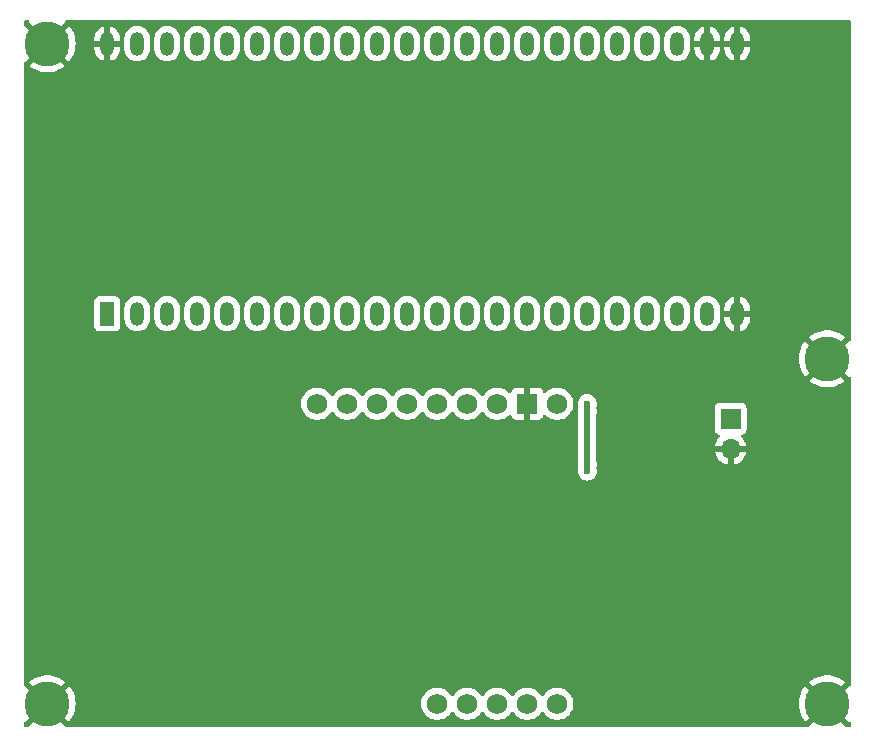
<source format=gbr>
%TF.GenerationSoftware,KiCad,Pcbnew,8.0.3-8.0.3-0~ubuntu22.04.1*%
%TF.CreationDate,2024-07-02T19:08:29-04:00*%
%TF.ProjectId,esp32-s3-wroom-2-devkitc1,65737033-322d-4733-932d-77726f6f6d2d,rev?*%
%TF.SameCoordinates,Original*%
%TF.FileFunction,Copper,L2,Bot*%
%TF.FilePolarity,Positive*%
%FSLAX46Y46*%
G04 Gerber Fmt 4.6, Leading zero omitted, Abs format (unit mm)*
G04 Created by KiCad (PCBNEW 8.0.3-8.0.3-0~ubuntu22.04.1) date 2024-07-02 19:08:29*
%MOMM*%
%LPD*%
G01*
G04 APERTURE LIST*
%TA.AperFunction,ComponentPad*%
%ADD10R,1.200000X2.000000*%
%TD*%
%TA.AperFunction,ComponentPad*%
%ADD11O,1.200000X2.000000*%
%TD*%
%TA.AperFunction,ComponentPad*%
%ADD12C,3.800000*%
%TD*%
%TA.AperFunction,ComponentPad*%
%ADD13C,1.727200*%
%TD*%
%TA.AperFunction,ComponentPad*%
%ADD14R,1.727200X1.727200*%
%TD*%
%TA.AperFunction,ComponentPad*%
%ADD15R,1.700000X1.700000*%
%TD*%
%TA.AperFunction,ComponentPad*%
%ADD16O,1.700000X1.700000*%
%TD*%
%TA.AperFunction,ViaPad*%
%ADD17C,0.600000*%
%TD*%
%TA.AperFunction,Conductor*%
%ADD18C,0.500000*%
%TD*%
G04 APERTURE END LIST*
D10*
%TO.P,U1,1,3V3*%
%TO.N,+3.3V*%
X121920000Y-81280000D03*
D11*
%TO.P,U1,2,3V3*%
X124460000Y-81280000D03*
%TO.P,U1,3,CHIP_PU*%
%TO.N,unconnected-(U1-CHIP_PU-Pad3)*%
X127000000Y-81280000D03*
%TO.P,U1,4,GPIO4/ADC1_CH3*%
%TO.N,/G1*%
X129540000Y-81280000D03*
%TO.P,U1,5,GPIO5/ADC1_CH4*%
%TO.N,unconnected-(U1-GPIO5{slash}ADC1_CH4-Pad5)*%
X132080000Y-81280000D03*
%TO.P,U1,6,GPIO6/ADC1_CH5*%
%TO.N,unconnected-(U1-GPIO6{slash}ADC1_CH5-Pad6)*%
X134620000Y-81280000D03*
%TO.P,U1,7,GPIO7/ADC1_CH6*%
%TO.N,unconnected-(U1-GPIO7{slash}ADC1_CH6-Pad7)*%
X137160000Y-81280000D03*
%TO.P,U1,8,GPIO15/ADC2_CH4/32K_P*%
%TO.N,/RST*%
X139700000Y-81280000D03*
%TO.P,U1,9,GPIO16/ADC2_CH5/32K_N*%
%TO.N,unconnected-(U1-GPIO16{slash}ADC2_CH5{slash}32K_N-Pad9)*%
X142240000Y-81280000D03*
%TO.P,U1,10,GPIO17/ADC2_CH6*%
%TO.N,unconnected-(U1-GPIO17{slash}ADC2_CH6-Pad10)*%
X144780000Y-81280000D03*
%TO.P,U1,11,GPIO18/ADC2_CH7*%
%TO.N,unconnected-(U1-GPIO18{slash}ADC2_CH7-Pad11)*%
X147320000Y-81280000D03*
%TO.P,U1,12,GPIO8/ADC1_CH7*%
%TO.N,unconnected-(U1-GPIO8{slash}ADC1_CH7-Pad12)*%
X149860000Y-81280000D03*
%TO.P,U1,13,GPIO3/ADC1_CH2*%
%TO.N,unconnected-(U1-GPIO3{slash}ADC1_CH2-Pad13)*%
X152400000Y-81280000D03*
%TO.P,U1,14,GPIO46*%
%TO.N,unconnected-(U1-GPIO46-Pad14)*%
X154940000Y-81280000D03*
%TO.P,U1,15,GPIO9/ADC1_CH8*%
%TO.N,unconnected-(U1-GPIO9{slash}ADC1_CH8-Pad15)*%
X157480000Y-81280000D03*
%TO.P,U1,16,GPIO10/ADC1_CH9*%
%TO.N,Net-(RFM95W1-CS)*%
X160020000Y-81280000D03*
%TO.P,U1,17,GPIO11/ADC2_CH0*%
%TO.N,Net-(RFM95W1-MOSI)*%
X162560000Y-81280000D03*
%TO.P,U1,18,GPIO12/ADC2_CH1*%
%TO.N,Net-(RFM95W1-SCK)*%
X165100000Y-81280000D03*
%TO.P,U1,19,GPIO13/ADC2_CH2*%
%TO.N,Net-(RFM95W1-MISO)*%
X167640000Y-81280000D03*
%TO.P,U1,20,GPIO14/ADC2_CH3*%
%TO.N,unconnected-(U1-GPIO14{slash}ADC2_CH3-Pad20)*%
X170177280Y-81283680D03*
%TO.P,U1,21,5V*%
%TO.N,+5V*%
X172717280Y-81283680D03*
%TO.P,U1,22,GND*%
%TO.N,GND*%
X175257280Y-81283680D03*
%TO.P,U1,23,GND*%
X175260000Y-58420000D03*
%TO.P,U1,24,GND*%
X172720000Y-58420000D03*
%TO.P,U1,25,GPIO19/USB_D-*%
%TO.N,unconnected-(U1-GPIO19{slash}USB_D--Pad25)*%
X170180000Y-58420000D03*
%TO.P,U1,26,GPIO20/USB_D+*%
%TO.N,unconnected-(U1-GPIO20{slash}USB_D+-Pad26)*%
X167640000Y-58420000D03*
%TO.P,U1,27,GPIO21*%
%TO.N,unconnected-(U1-GPIO21-Pad27)*%
X165100000Y-58420000D03*
%TO.P,U1,28,GPIO47*%
%TO.N,unconnected-(U1-GPIO47-Pad28)*%
X162560000Y-58420000D03*
%TO.P,U1,29,GPIO48*%
%TO.N,unconnected-(U1-GPIO48-Pad29)*%
X160020000Y-58420000D03*
%TO.P,U1,30,GPIO45*%
%TO.N,unconnected-(U1-GPIO45-Pad30)*%
X157480000Y-58420000D03*
%TO.P,U1,31,GPIO0*%
%TO.N,unconnected-(U1-GPIO0-Pad31)*%
X154940000Y-58420000D03*
%TO.P,U1,32,GPIO35*%
%TO.N,unconnected-(U1-GPIO35-Pad32)*%
X152400000Y-58420000D03*
%TO.P,U1,33,GPIO36*%
%TO.N,unconnected-(U1-GPIO36-Pad33)*%
X149860000Y-58420000D03*
%TO.P,U1,34,GPIO37*%
%TO.N,unconnected-(U1-GPIO37-Pad34)*%
X147320000Y-58420000D03*
%TO.P,U1,35,GPIO38*%
%TO.N,unconnected-(U1-GPIO38-Pad35)*%
X144780000Y-58420000D03*
%TO.P,U1,36,GPIO39/MTCK*%
%TO.N,unconnected-(U1-GPIO39{slash}MTCK-Pad36)*%
X142240000Y-58420000D03*
%TO.P,U1,37,GPIO40/MTDO*%
%TO.N,unconnected-(U1-GPIO40{slash}MTDO-Pad37)*%
X139700000Y-58420000D03*
%TO.P,U1,38,GPIO41/MTDI*%
%TO.N,unconnected-(U1-GPIO41{slash}MTDI-Pad38)*%
X137160000Y-58420000D03*
%TO.P,U1,39,GPIO42/MTMS*%
%TO.N,unconnected-(U1-GPIO42{slash}MTMS-Pad39)*%
X134620000Y-58420000D03*
%TO.P,U1,40,GPIO2/ADC1_CH1*%
%TO.N,unconnected-(U1-GPIO2{slash}ADC1_CH1-Pad40)*%
X132080000Y-58420000D03*
%TO.P,U1,41,GPIO1/ADC1_CH0*%
%TO.N,Net-(RFM95W1-G0)*%
X129540000Y-58420000D03*
%TO.P,U1,42,GPIO44/U0RXD*%
%TO.N,unconnected-(U1-GPIO44{slash}U0RXD-Pad42)*%
X127000000Y-58420000D03*
%TO.P,U1,43,GPIO43/U0TXD*%
%TO.N,unconnected-(U1-GPIO43{slash}U0TXD-Pad43)*%
X124460000Y-58420000D03*
%TO.P,U1,44,GND*%
%TO.N,GND*%
X121920000Y-58420000D03*
%TD*%
D12*
%TO.P,REF\u002A\u002A,1*%
%TO.N,GND*%
X182880000Y-114300000D03*
%TD*%
%TO.P,REF\u002A\u002A,1*%
%TO.N,GND*%
X182880000Y-85090000D03*
%TD*%
D13*
%TO.P,RFM95W1,1,RST*%
%TO.N,/RST*%
X139700000Y-88900000D03*
%TO.P,RFM95W1,2,CS*%
%TO.N,Net-(RFM95W1-CS)*%
X142240000Y-88900000D03*
%TO.P,RFM95W1,3,MOSI*%
%TO.N,Net-(RFM95W1-MOSI)*%
X144780000Y-88900000D03*
%TO.P,RFM95W1,4,MISO*%
%TO.N,Net-(RFM95W1-MISO)*%
X147320000Y-88900000D03*
%TO.P,RFM95W1,5,SCK*%
%TO.N,Net-(RFM95W1-SCK)*%
X149860000Y-88900000D03*
%TO.P,RFM95W1,6,G0*%
%TO.N,Net-(RFM95W1-G0)*%
X152400000Y-88900000D03*
%TO.P,RFM95W1,7,EN*%
%TO.N,unconnected-(RFM95W1-EN-Pad7)*%
X154940000Y-88900000D03*
D14*
%TO.P,RFM95W1,8,GND*%
%TO.N,GND*%
X157480000Y-88900000D03*
D13*
%TO.P,RFM95W1,9,VIN*%
%TO.N,+3.3V*%
X160020000Y-88900000D03*
%TO.P,RFM95W1,10,G5*%
%TO.N,unconnected-(RFM95W1-G5-Pad10)*%
X149860000Y-114300000D03*
%TO.P,RFM95W1,11,G4*%
%TO.N,unconnected-(RFM95W1-G4-Pad11)*%
X152400000Y-114300000D03*
%TO.P,RFM95W1,12,G3*%
%TO.N,unconnected-(RFM95W1-G3-Pad12)*%
X154940000Y-114300000D03*
%TO.P,RFM95W1,13,G2*%
%TO.N,unconnected-(RFM95W1-G2-Pad13)*%
X157480000Y-114300000D03*
%TO.P,RFM95W1,14,G1*%
%TO.N,/G1*%
X160020000Y-114300000D03*
%TD*%
D12*
%TO.P,REF\u002A\u002A,1*%
%TO.N,GND*%
X116840000Y-58420000D03*
%TD*%
D15*
%TO.P,J1,1,Pin_1*%
%TO.N,+5V*%
X174695000Y-90165000D03*
D16*
%TO.P,J1,2,Pin_2*%
%TO.N,GND*%
X174695000Y-92705000D03*
%TD*%
D12*
%TO.P,REF\u002A\u002A,1*%
%TO.N,GND*%
X116840000Y-114300000D03*
%TD*%
D17*
%TO.N,+3.3V*%
X162560000Y-89535000D03*
X162560000Y-94615000D03*
X162560000Y-93980000D03*
X162560000Y-88900000D03*
%TD*%
D18*
%TO.N,+3.3V*%
X162560000Y-90170000D02*
X162560000Y-93980000D01*
X162560000Y-93980000D02*
X162560000Y-94615000D01*
X162560000Y-88900000D02*
X162560000Y-90170000D01*
%TD*%
%TA.AperFunction,Conductor*%
%TO.N,GND*%
G36*
X116000967Y-115016602D02*
G01*
X116123398Y-115139033D01*
X116257262Y-115236290D01*
X115322464Y-116171087D01*
X115311317Y-116224149D01*
X115262266Y-116273906D01*
X115202064Y-116289500D01*
X114974500Y-116289500D01*
X114907461Y-116269815D01*
X114861706Y-116217011D01*
X114850500Y-116165500D01*
X114850500Y-115935233D01*
X114870185Y-115868194D01*
X114922989Y-115822439D01*
X114973815Y-115812630D01*
X115903708Y-114882736D01*
X116000967Y-115016602D01*
G37*
%TD.AperFunction*%
%TA.AperFunction,Conductor*%
G36*
X184812539Y-56450185D02*
G01*
X184858294Y-56502989D01*
X184869500Y-56554500D01*
X184869500Y-83454765D01*
X184849815Y-83521804D01*
X184797011Y-83567559D01*
X184746184Y-83577367D01*
X183816289Y-84507261D01*
X183719033Y-84373398D01*
X183596602Y-84250967D01*
X183462736Y-84153709D01*
X184393434Y-83223011D01*
X184393433Y-83223009D01*
X184168538Y-83059614D01*
X184168520Y-83059602D01*
X183903890Y-82914121D01*
X183903882Y-82914117D01*
X183623110Y-82802952D01*
X183623107Y-82802951D01*
X183330600Y-82727849D01*
X183031004Y-82690000D01*
X182728995Y-82690000D01*
X182429399Y-82727849D01*
X182136892Y-82802951D01*
X182136889Y-82802952D01*
X181856117Y-82914117D01*
X181856109Y-82914121D01*
X181591476Y-83059604D01*
X181591471Y-83059607D01*
X181366565Y-83223010D01*
X181366564Y-83223011D01*
X182297262Y-84153709D01*
X182163398Y-84250967D01*
X182040967Y-84373398D01*
X181943709Y-84507262D01*
X181015311Y-83578864D01*
X180934520Y-83676525D01*
X180934518Y-83676528D01*
X180772707Y-83931502D01*
X180772704Y-83931508D01*
X180644127Y-84204747D01*
X180644125Y-84204752D01*
X180550805Y-84491959D01*
X180494216Y-84788609D01*
X180494215Y-84788616D01*
X180475255Y-85089994D01*
X180475255Y-85090005D01*
X180494215Y-85391383D01*
X180494216Y-85391390D01*
X180550805Y-85688040D01*
X180644125Y-85975247D01*
X180644127Y-85975252D01*
X180772704Y-86248491D01*
X180772707Y-86248497D01*
X180934516Y-86503469D01*
X181015311Y-86601133D01*
X181943708Y-85672736D01*
X182040967Y-85806602D01*
X182163398Y-85929033D01*
X182297262Y-86026290D01*
X181366564Y-86956987D01*
X181366565Y-86956989D01*
X181591461Y-87120385D01*
X181591479Y-87120397D01*
X181856109Y-87265878D01*
X181856117Y-87265882D01*
X182136889Y-87377047D01*
X182136892Y-87377048D01*
X182429399Y-87452150D01*
X182728995Y-87489999D01*
X182729007Y-87490000D01*
X183030993Y-87490000D01*
X183031004Y-87489999D01*
X183330600Y-87452150D01*
X183623107Y-87377048D01*
X183623110Y-87377047D01*
X183903882Y-87265882D01*
X183903890Y-87265878D01*
X184168520Y-87120397D01*
X184168530Y-87120390D01*
X184393433Y-86956987D01*
X184393434Y-86956987D01*
X183462737Y-86026290D01*
X183596602Y-85929033D01*
X183719033Y-85806602D01*
X183816290Y-85672737D01*
X184746615Y-86603062D01*
X184807549Y-86617874D01*
X184855742Y-86668464D01*
X184869500Y-86725233D01*
X184869500Y-112664765D01*
X184849815Y-112731804D01*
X184797011Y-112777559D01*
X184746184Y-112787367D01*
X183816289Y-113717261D01*
X183719033Y-113583398D01*
X183596602Y-113460967D01*
X183462736Y-113363709D01*
X184393434Y-112433011D01*
X184393433Y-112433009D01*
X184168538Y-112269614D01*
X184168520Y-112269602D01*
X183903890Y-112124121D01*
X183903882Y-112124117D01*
X183623110Y-112012952D01*
X183623107Y-112012951D01*
X183330600Y-111937849D01*
X183031004Y-111900000D01*
X182728995Y-111900000D01*
X182429399Y-111937849D01*
X182136892Y-112012951D01*
X182136889Y-112012952D01*
X181856117Y-112124117D01*
X181856109Y-112124121D01*
X181591476Y-112269604D01*
X181591471Y-112269607D01*
X181366565Y-112433010D01*
X181366564Y-112433011D01*
X182297262Y-113363709D01*
X182163398Y-113460967D01*
X182040967Y-113583398D01*
X181943709Y-113717262D01*
X181015311Y-112788864D01*
X180934520Y-112886525D01*
X180934518Y-112886528D01*
X180772707Y-113141502D01*
X180772704Y-113141508D01*
X180644127Y-113414747D01*
X180644125Y-113414752D01*
X180550805Y-113701959D01*
X180494216Y-113998609D01*
X180494215Y-113998616D01*
X180475255Y-114299994D01*
X180475255Y-114300005D01*
X180494215Y-114601383D01*
X180494216Y-114601390D01*
X180550805Y-114898040D01*
X180644125Y-115185247D01*
X180644127Y-115185252D01*
X180772704Y-115458491D01*
X180772707Y-115458497D01*
X180934516Y-115713469D01*
X181015311Y-115811133D01*
X181943708Y-114882736D01*
X182040967Y-115016602D01*
X182163398Y-115139033D01*
X182297262Y-115236290D01*
X181362464Y-116171087D01*
X181351317Y-116224149D01*
X181302266Y-116273906D01*
X181242064Y-116289500D01*
X118477935Y-116289500D01*
X118410896Y-116269815D01*
X118365141Y-116217011D01*
X118356914Y-116170467D01*
X117422737Y-115236290D01*
X117556602Y-115139033D01*
X117679033Y-115016602D01*
X117776290Y-114882737D01*
X118704687Y-115811134D01*
X118785486Y-115713464D01*
X118947292Y-115458497D01*
X118947295Y-115458491D01*
X119075872Y-115185252D01*
X119075874Y-115185247D01*
X119169194Y-114898040D01*
X119225783Y-114601390D01*
X119225784Y-114601383D01*
X119244745Y-114300005D01*
X119244745Y-114299994D01*
X119244745Y-114299993D01*
X148491225Y-114299993D01*
X148491225Y-114300006D01*
X148509892Y-114525289D01*
X148565388Y-114744439D01*
X148656198Y-114951466D01*
X148779842Y-115140716D01*
X148779850Y-115140727D01*
X148932950Y-115307036D01*
X148932954Y-115307040D01*
X149111351Y-115445893D01*
X149310169Y-115553488D01*
X149310172Y-115553489D01*
X149523982Y-115626890D01*
X149523984Y-115626890D01*
X149523986Y-115626891D01*
X149746967Y-115664100D01*
X149746968Y-115664100D01*
X149973032Y-115664100D01*
X149973033Y-115664100D01*
X150196014Y-115626891D01*
X150409831Y-115553488D01*
X150608649Y-115445893D01*
X150787046Y-115307040D01*
X150940156Y-115140719D01*
X151026193Y-115009028D01*
X151079338Y-114963675D01*
X151148569Y-114954251D01*
X151211905Y-114983753D01*
X151233804Y-115009025D01*
X151319844Y-115140719D01*
X151319849Y-115140724D01*
X151319850Y-115140727D01*
X151472950Y-115307036D01*
X151472954Y-115307040D01*
X151651351Y-115445893D01*
X151850169Y-115553488D01*
X151850172Y-115553489D01*
X152063982Y-115626890D01*
X152063984Y-115626890D01*
X152063986Y-115626891D01*
X152286967Y-115664100D01*
X152286968Y-115664100D01*
X152513032Y-115664100D01*
X152513033Y-115664100D01*
X152736014Y-115626891D01*
X152949831Y-115553488D01*
X153148649Y-115445893D01*
X153327046Y-115307040D01*
X153480156Y-115140719D01*
X153566193Y-115009028D01*
X153619338Y-114963675D01*
X153688569Y-114954251D01*
X153751905Y-114983753D01*
X153773804Y-115009025D01*
X153859844Y-115140719D01*
X153859849Y-115140724D01*
X153859850Y-115140727D01*
X154012950Y-115307036D01*
X154012954Y-115307040D01*
X154191351Y-115445893D01*
X154390169Y-115553488D01*
X154390172Y-115553489D01*
X154603982Y-115626890D01*
X154603984Y-115626890D01*
X154603986Y-115626891D01*
X154826967Y-115664100D01*
X154826968Y-115664100D01*
X155053032Y-115664100D01*
X155053033Y-115664100D01*
X155276014Y-115626891D01*
X155489831Y-115553488D01*
X155688649Y-115445893D01*
X155867046Y-115307040D01*
X156020156Y-115140719D01*
X156106193Y-115009028D01*
X156159338Y-114963675D01*
X156228569Y-114954251D01*
X156291905Y-114983753D01*
X156313804Y-115009025D01*
X156399844Y-115140719D01*
X156399849Y-115140724D01*
X156399850Y-115140727D01*
X156552950Y-115307036D01*
X156552954Y-115307040D01*
X156731351Y-115445893D01*
X156930169Y-115553488D01*
X156930172Y-115553489D01*
X157143982Y-115626890D01*
X157143984Y-115626890D01*
X157143986Y-115626891D01*
X157366967Y-115664100D01*
X157366968Y-115664100D01*
X157593032Y-115664100D01*
X157593033Y-115664100D01*
X157816014Y-115626891D01*
X158029831Y-115553488D01*
X158228649Y-115445893D01*
X158407046Y-115307040D01*
X158560156Y-115140719D01*
X158646193Y-115009028D01*
X158699338Y-114963675D01*
X158768569Y-114954251D01*
X158831905Y-114983753D01*
X158853804Y-115009025D01*
X158939844Y-115140719D01*
X158939849Y-115140724D01*
X158939850Y-115140727D01*
X159092950Y-115307036D01*
X159092954Y-115307040D01*
X159271351Y-115445893D01*
X159470169Y-115553488D01*
X159470172Y-115553489D01*
X159683982Y-115626890D01*
X159683984Y-115626890D01*
X159683986Y-115626891D01*
X159906967Y-115664100D01*
X159906968Y-115664100D01*
X160133032Y-115664100D01*
X160133033Y-115664100D01*
X160356014Y-115626891D01*
X160569831Y-115553488D01*
X160768649Y-115445893D01*
X160947046Y-115307040D01*
X161100156Y-115140719D01*
X161223802Y-114951465D01*
X161314611Y-114744441D01*
X161370107Y-114525293D01*
X161388775Y-114300000D01*
X161388775Y-114299994D01*
X161388775Y-114299993D01*
X161370107Y-114074710D01*
X161370107Y-114074707D01*
X161314611Y-113855559D01*
X161223802Y-113648535D01*
X161100156Y-113459281D01*
X161100153Y-113459278D01*
X161100149Y-113459272D01*
X160947049Y-113292963D01*
X160947048Y-113292962D01*
X160947046Y-113292960D01*
X160768649Y-113154107D01*
X160742390Y-113139896D01*
X160569832Y-113046512D01*
X160569827Y-113046510D01*
X160356017Y-112973109D01*
X160188778Y-112945202D01*
X160133033Y-112935900D01*
X159906967Y-112935900D01*
X159862370Y-112943341D01*
X159683982Y-112973109D01*
X159470172Y-113046510D01*
X159470167Y-113046512D01*
X159271352Y-113154106D01*
X159092955Y-113292959D01*
X159092950Y-113292963D01*
X158939850Y-113459272D01*
X158939842Y-113459283D01*
X158853808Y-113590968D01*
X158800662Y-113636325D01*
X158731430Y-113645748D01*
X158668095Y-113616246D01*
X158646192Y-113590968D01*
X158594741Y-113512217D01*
X158560156Y-113459281D01*
X158560153Y-113459278D01*
X158560149Y-113459272D01*
X158407049Y-113292963D01*
X158407048Y-113292962D01*
X158407046Y-113292960D01*
X158228649Y-113154107D01*
X158202390Y-113139896D01*
X158029832Y-113046512D01*
X158029827Y-113046510D01*
X157816017Y-112973109D01*
X157648778Y-112945202D01*
X157593033Y-112935900D01*
X157366967Y-112935900D01*
X157322370Y-112943341D01*
X157143982Y-112973109D01*
X156930172Y-113046510D01*
X156930167Y-113046512D01*
X156731352Y-113154106D01*
X156552955Y-113292959D01*
X156552950Y-113292963D01*
X156399850Y-113459272D01*
X156399842Y-113459283D01*
X156313808Y-113590968D01*
X156260662Y-113636325D01*
X156191430Y-113645748D01*
X156128095Y-113616246D01*
X156106192Y-113590968D01*
X156054741Y-113512217D01*
X156020156Y-113459281D01*
X156020153Y-113459278D01*
X156020149Y-113459272D01*
X155867049Y-113292963D01*
X155867048Y-113292962D01*
X155867046Y-113292960D01*
X155688649Y-113154107D01*
X155662390Y-113139896D01*
X155489832Y-113046512D01*
X155489827Y-113046510D01*
X155276017Y-112973109D01*
X155108778Y-112945202D01*
X155053033Y-112935900D01*
X154826967Y-112935900D01*
X154782370Y-112943341D01*
X154603982Y-112973109D01*
X154390172Y-113046510D01*
X154390167Y-113046512D01*
X154191352Y-113154106D01*
X154012955Y-113292959D01*
X154012950Y-113292963D01*
X153859850Y-113459272D01*
X153859842Y-113459283D01*
X153773808Y-113590968D01*
X153720662Y-113636325D01*
X153651430Y-113645748D01*
X153588095Y-113616246D01*
X153566192Y-113590968D01*
X153514741Y-113512217D01*
X153480156Y-113459281D01*
X153480153Y-113459278D01*
X153480149Y-113459272D01*
X153327049Y-113292963D01*
X153327048Y-113292962D01*
X153327046Y-113292960D01*
X153148649Y-113154107D01*
X153122390Y-113139896D01*
X152949832Y-113046512D01*
X152949827Y-113046510D01*
X152736017Y-112973109D01*
X152568778Y-112945202D01*
X152513033Y-112935900D01*
X152286967Y-112935900D01*
X152242370Y-112943341D01*
X152063982Y-112973109D01*
X151850172Y-113046510D01*
X151850167Y-113046512D01*
X151651352Y-113154106D01*
X151472955Y-113292959D01*
X151472950Y-113292963D01*
X151319850Y-113459272D01*
X151319842Y-113459283D01*
X151233808Y-113590968D01*
X151180662Y-113636325D01*
X151111430Y-113645748D01*
X151048095Y-113616246D01*
X151026192Y-113590968D01*
X150974741Y-113512217D01*
X150940156Y-113459281D01*
X150940153Y-113459278D01*
X150940149Y-113459272D01*
X150787049Y-113292963D01*
X150787048Y-113292962D01*
X150787046Y-113292960D01*
X150608649Y-113154107D01*
X150582390Y-113139896D01*
X150409832Y-113046512D01*
X150409827Y-113046510D01*
X150196017Y-112973109D01*
X150028778Y-112945202D01*
X149973033Y-112935900D01*
X149746967Y-112935900D01*
X149702370Y-112943341D01*
X149523982Y-112973109D01*
X149310172Y-113046510D01*
X149310167Y-113046512D01*
X149111352Y-113154106D01*
X148932955Y-113292959D01*
X148932950Y-113292963D01*
X148779850Y-113459272D01*
X148779842Y-113459283D01*
X148656198Y-113648533D01*
X148565388Y-113855560D01*
X148509892Y-114074710D01*
X148491225Y-114299993D01*
X119244745Y-114299993D01*
X119225784Y-113998616D01*
X119225783Y-113998609D01*
X119169194Y-113701959D01*
X119075874Y-113414752D01*
X119075872Y-113414747D01*
X118947295Y-113141508D01*
X118947292Y-113141502D01*
X118785483Y-112886530D01*
X118704686Y-112788864D01*
X117776289Y-113717261D01*
X117679033Y-113583398D01*
X117556602Y-113460967D01*
X117422736Y-113363709D01*
X118353434Y-112433011D01*
X118353433Y-112433009D01*
X118128538Y-112269614D01*
X118128520Y-112269602D01*
X117863890Y-112124121D01*
X117863882Y-112124117D01*
X117583110Y-112012952D01*
X117583107Y-112012951D01*
X117290600Y-111937849D01*
X116991004Y-111900000D01*
X116688995Y-111900000D01*
X116389399Y-111937849D01*
X116096892Y-112012951D01*
X116096889Y-112012952D01*
X115816117Y-112124117D01*
X115816109Y-112124121D01*
X115551476Y-112269604D01*
X115551471Y-112269607D01*
X115326565Y-112433010D01*
X115326564Y-112433011D01*
X116257262Y-113363709D01*
X116123398Y-113460967D01*
X116000967Y-113583398D01*
X115903709Y-113717262D01*
X114973382Y-112786935D01*
X114912449Y-112772122D01*
X114864257Y-112721532D01*
X114850500Y-112664765D01*
X114850500Y-88899993D01*
X138331225Y-88899993D01*
X138331225Y-88900006D01*
X138349892Y-89125289D01*
X138405388Y-89344439D01*
X138496198Y-89551466D01*
X138619842Y-89740716D01*
X138619850Y-89740727D01*
X138772950Y-89907036D01*
X138772954Y-89907040D01*
X138951351Y-90045893D01*
X139150169Y-90153488D01*
X139150172Y-90153489D01*
X139363982Y-90226890D01*
X139363984Y-90226890D01*
X139363986Y-90226891D01*
X139586967Y-90264100D01*
X139586968Y-90264100D01*
X139813032Y-90264100D01*
X139813033Y-90264100D01*
X140036014Y-90226891D01*
X140249831Y-90153488D01*
X140448649Y-90045893D01*
X140627046Y-89907040D01*
X140726832Y-89798643D01*
X140780149Y-89740727D01*
X140780149Y-89740726D01*
X140780156Y-89740719D01*
X140866193Y-89609028D01*
X140919338Y-89563675D01*
X140988569Y-89554251D01*
X141051905Y-89583753D01*
X141073804Y-89609025D01*
X141159844Y-89740719D01*
X141159849Y-89740724D01*
X141159850Y-89740727D01*
X141312950Y-89907036D01*
X141312954Y-89907040D01*
X141491351Y-90045893D01*
X141690169Y-90153488D01*
X141690172Y-90153489D01*
X141903982Y-90226890D01*
X141903984Y-90226890D01*
X141903986Y-90226891D01*
X142126967Y-90264100D01*
X142126968Y-90264100D01*
X142353032Y-90264100D01*
X142353033Y-90264100D01*
X142576014Y-90226891D01*
X142789831Y-90153488D01*
X142988649Y-90045893D01*
X143167046Y-89907040D01*
X143266832Y-89798643D01*
X143320149Y-89740727D01*
X143320149Y-89740726D01*
X143320156Y-89740719D01*
X143406193Y-89609028D01*
X143459338Y-89563675D01*
X143528569Y-89554251D01*
X143591905Y-89583753D01*
X143613804Y-89609025D01*
X143699844Y-89740719D01*
X143699849Y-89740724D01*
X143699850Y-89740727D01*
X143852950Y-89907036D01*
X143852954Y-89907040D01*
X144031351Y-90045893D01*
X144230169Y-90153488D01*
X144230172Y-90153489D01*
X144443982Y-90226890D01*
X144443984Y-90226890D01*
X144443986Y-90226891D01*
X144666967Y-90264100D01*
X144666968Y-90264100D01*
X144893032Y-90264100D01*
X144893033Y-90264100D01*
X145116014Y-90226891D01*
X145329831Y-90153488D01*
X145528649Y-90045893D01*
X145707046Y-89907040D01*
X145806832Y-89798643D01*
X145860149Y-89740727D01*
X145860149Y-89740726D01*
X145860156Y-89740719D01*
X145946193Y-89609028D01*
X145999338Y-89563675D01*
X146068569Y-89554251D01*
X146131905Y-89583753D01*
X146153804Y-89609025D01*
X146239844Y-89740719D01*
X146239849Y-89740724D01*
X146239850Y-89740727D01*
X146392950Y-89907036D01*
X146392954Y-89907040D01*
X146571351Y-90045893D01*
X146770169Y-90153488D01*
X146770172Y-90153489D01*
X146983982Y-90226890D01*
X146983984Y-90226890D01*
X146983986Y-90226891D01*
X147206967Y-90264100D01*
X147206968Y-90264100D01*
X147433032Y-90264100D01*
X147433033Y-90264100D01*
X147656014Y-90226891D01*
X147869831Y-90153488D01*
X148068649Y-90045893D01*
X148247046Y-89907040D01*
X148346832Y-89798643D01*
X148400149Y-89740727D01*
X148400149Y-89740726D01*
X148400156Y-89740719D01*
X148486193Y-89609028D01*
X148539338Y-89563675D01*
X148608569Y-89554251D01*
X148671905Y-89583753D01*
X148693804Y-89609025D01*
X148779844Y-89740719D01*
X148779849Y-89740724D01*
X148779850Y-89740727D01*
X148932950Y-89907036D01*
X148932954Y-89907040D01*
X149111351Y-90045893D01*
X149310169Y-90153488D01*
X149310172Y-90153489D01*
X149523982Y-90226890D01*
X149523984Y-90226890D01*
X149523986Y-90226891D01*
X149746967Y-90264100D01*
X149746968Y-90264100D01*
X149973032Y-90264100D01*
X149973033Y-90264100D01*
X150196014Y-90226891D01*
X150409831Y-90153488D01*
X150608649Y-90045893D01*
X150787046Y-89907040D01*
X150886832Y-89798643D01*
X150940149Y-89740727D01*
X150940149Y-89740726D01*
X150940156Y-89740719D01*
X151026193Y-89609028D01*
X151079338Y-89563675D01*
X151148569Y-89554251D01*
X151211905Y-89583753D01*
X151233804Y-89609025D01*
X151319844Y-89740719D01*
X151319849Y-89740724D01*
X151319850Y-89740727D01*
X151472950Y-89907036D01*
X151472954Y-89907040D01*
X151651351Y-90045893D01*
X151850169Y-90153488D01*
X151850172Y-90153489D01*
X152063982Y-90226890D01*
X152063984Y-90226890D01*
X152063986Y-90226891D01*
X152286967Y-90264100D01*
X152286968Y-90264100D01*
X152513032Y-90264100D01*
X152513033Y-90264100D01*
X152736014Y-90226891D01*
X152949831Y-90153488D01*
X153148649Y-90045893D01*
X153327046Y-89907040D01*
X153426832Y-89798643D01*
X153480149Y-89740727D01*
X153480149Y-89740726D01*
X153480156Y-89740719D01*
X153566193Y-89609028D01*
X153619338Y-89563675D01*
X153688569Y-89554251D01*
X153751905Y-89583753D01*
X153773804Y-89609025D01*
X153859844Y-89740719D01*
X153859849Y-89740724D01*
X153859850Y-89740727D01*
X154012950Y-89907036D01*
X154012954Y-89907040D01*
X154191351Y-90045893D01*
X154390169Y-90153488D01*
X154390172Y-90153489D01*
X154603982Y-90226890D01*
X154603984Y-90226890D01*
X154603986Y-90226891D01*
X154826967Y-90264100D01*
X154826968Y-90264100D01*
X155053032Y-90264100D01*
X155053033Y-90264100D01*
X155276014Y-90226891D01*
X155489831Y-90153488D01*
X155688649Y-90045893D01*
X155867046Y-89907040D01*
X155921815Y-89847545D01*
X155981699Y-89811557D01*
X156051537Y-89813657D01*
X156109153Y-89853180D01*
X156129224Y-89888196D01*
X156173046Y-90005688D01*
X156173049Y-90005693D01*
X156259209Y-90120787D01*
X156259212Y-90120790D01*
X156374306Y-90206950D01*
X156374313Y-90206954D01*
X156509020Y-90257196D01*
X156509027Y-90257198D01*
X156568555Y-90263599D01*
X156568572Y-90263600D01*
X157230000Y-90263600D01*
X157230000Y-89342251D01*
X157283919Y-89373381D01*
X157413120Y-89408000D01*
X157546880Y-89408000D01*
X157676081Y-89373381D01*
X157730000Y-89342251D01*
X157730000Y-90263600D01*
X158391428Y-90263600D01*
X158391444Y-90263599D01*
X158450972Y-90257198D01*
X158450979Y-90257196D01*
X158585686Y-90206954D01*
X158585693Y-90206950D01*
X158700787Y-90120790D01*
X158700790Y-90120787D01*
X158786950Y-90005693D01*
X158786954Y-90005686D01*
X158830775Y-89888197D01*
X158872646Y-89832263D01*
X158938110Y-89807846D01*
X159006383Y-89822698D01*
X159038186Y-89847547D01*
X159092950Y-89907036D01*
X159092954Y-89907040D01*
X159271351Y-90045893D01*
X159470169Y-90153488D01*
X159470172Y-90153489D01*
X159683982Y-90226890D01*
X159683984Y-90226890D01*
X159683986Y-90226891D01*
X159906967Y-90264100D01*
X159906968Y-90264100D01*
X160133032Y-90264100D01*
X160133033Y-90264100D01*
X160356014Y-90226891D01*
X160569831Y-90153488D01*
X160768649Y-90045893D01*
X160947046Y-89907040D01*
X161046832Y-89798643D01*
X161100149Y-89740727D01*
X161100151Y-89740724D01*
X161100156Y-89740719D01*
X161223802Y-89551465D01*
X161314611Y-89344441D01*
X161370107Y-89125293D01*
X161377574Y-89035175D01*
X161388775Y-88900006D01*
X161388775Y-88899996D01*
X161754435Y-88899996D01*
X161754435Y-88900003D01*
X161774630Y-89079249D01*
X161774631Y-89079254D01*
X161802542Y-89159017D01*
X161809500Y-89199972D01*
X161809500Y-89235028D01*
X161802542Y-89275982D01*
X161774631Y-89355747D01*
X161754435Y-89534996D01*
X161754435Y-89535003D01*
X161774630Y-89714249D01*
X161774631Y-89714254D01*
X161802542Y-89794017D01*
X161809500Y-89834972D01*
X161809500Y-93680028D01*
X161802542Y-93720982D01*
X161774631Y-93800747D01*
X161754435Y-93979996D01*
X161754435Y-93980003D01*
X161774630Y-94159249D01*
X161774631Y-94159254D01*
X161802542Y-94239017D01*
X161809500Y-94279972D01*
X161809500Y-94315028D01*
X161802542Y-94355982D01*
X161774631Y-94435747D01*
X161754435Y-94614996D01*
X161754435Y-94615003D01*
X161774630Y-94794249D01*
X161774631Y-94794254D01*
X161834211Y-94964523D01*
X161930184Y-95117262D01*
X162057738Y-95244816D01*
X162210478Y-95340789D01*
X162380745Y-95400368D01*
X162380750Y-95400369D01*
X162559996Y-95420565D01*
X162560000Y-95420565D01*
X162560004Y-95420565D01*
X162739249Y-95400369D01*
X162739252Y-95400368D01*
X162739255Y-95400368D01*
X162909522Y-95340789D01*
X163062262Y-95244816D01*
X163189816Y-95117262D01*
X163285789Y-94964522D01*
X163345368Y-94794255D01*
X163365565Y-94615000D01*
X163345368Y-94435745D01*
X163317458Y-94355982D01*
X163310500Y-94315028D01*
X163310500Y-94279972D01*
X163317458Y-94239017D01*
X163345368Y-94159254D01*
X163345369Y-94159249D01*
X163365565Y-93980003D01*
X163365565Y-93979996D01*
X163345368Y-93800747D01*
X163345368Y-93800745D01*
X163317458Y-93720982D01*
X163310500Y-93680028D01*
X163310500Y-89834972D01*
X163317458Y-89794017D01*
X163345368Y-89714254D01*
X163345369Y-89714249D01*
X163365565Y-89535003D01*
X163365565Y-89534996D01*
X163345368Y-89355747D01*
X163345368Y-89355745D01*
X163317458Y-89275982D01*
X163315955Y-89267135D01*
X173344500Y-89267135D01*
X173344500Y-91062870D01*
X173344501Y-91062876D01*
X173350908Y-91122483D01*
X173401202Y-91257328D01*
X173401206Y-91257335D01*
X173487452Y-91372544D01*
X173487455Y-91372547D01*
X173602664Y-91458793D01*
X173602671Y-91458797D01*
X173602674Y-91458798D01*
X173734598Y-91508002D01*
X173790531Y-91549873D01*
X173814949Y-91615337D01*
X173800098Y-91683610D01*
X173778947Y-91711865D01*
X173656886Y-91833926D01*
X173521400Y-92027420D01*
X173521399Y-92027422D01*
X173421570Y-92241507D01*
X173421567Y-92241513D01*
X173364364Y-92454999D01*
X173364364Y-92455000D01*
X174261988Y-92455000D01*
X174229075Y-92512007D01*
X174195000Y-92639174D01*
X174195000Y-92770826D01*
X174229075Y-92897993D01*
X174261988Y-92955000D01*
X173364364Y-92955000D01*
X173421567Y-93168486D01*
X173421570Y-93168492D01*
X173521399Y-93382578D01*
X173656894Y-93576082D01*
X173823917Y-93743105D01*
X174017421Y-93878600D01*
X174231507Y-93978429D01*
X174231516Y-93978433D01*
X174445000Y-94035634D01*
X174445000Y-93138012D01*
X174502007Y-93170925D01*
X174629174Y-93205000D01*
X174760826Y-93205000D01*
X174887993Y-93170925D01*
X174945000Y-93138012D01*
X174945000Y-94035633D01*
X175158483Y-93978433D01*
X175158492Y-93978429D01*
X175372578Y-93878600D01*
X175566082Y-93743105D01*
X175733105Y-93576082D01*
X175868600Y-93382578D01*
X175968429Y-93168492D01*
X175968432Y-93168486D01*
X176025636Y-92955000D01*
X175128012Y-92955000D01*
X175160925Y-92897993D01*
X175195000Y-92770826D01*
X175195000Y-92639174D01*
X175160925Y-92512007D01*
X175128012Y-92455000D01*
X176025636Y-92455000D01*
X176025635Y-92454999D01*
X175968432Y-92241513D01*
X175968429Y-92241507D01*
X175868600Y-92027422D01*
X175868599Y-92027420D01*
X175733113Y-91833926D01*
X175733108Y-91833920D01*
X175611053Y-91711865D01*
X175577568Y-91650542D01*
X175582552Y-91580850D01*
X175624424Y-91524917D01*
X175655400Y-91508002D01*
X175787331Y-91458796D01*
X175902546Y-91372546D01*
X175988796Y-91257331D01*
X176039091Y-91122483D01*
X176045500Y-91062873D01*
X176045499Y-89267128D01*
X176039091Y-89207517D01*
X176028418Y-89178902D01*
X175988797Y-89072671D01*
X175988793Y-89072664D01*
X175902547Y-88957455D01*
X175902544Y-88957452D01*
X175787335Y-88871206D01*
X175787328Y-88871202D01*
X175652482Y-88820908D01*
X175652483Y-88820908D01*
X175592883Y-88814501D01*
X175592881Y-88814500D01*
X175592873Y-88814500D01*
X175592864Y-88814500D01*
X173797129Y-88814500D01*
X173797123Y-88814501D01*
X173737516Y-88820908D01*
X173602671Y-88871202D01*
X173602664Y-88871206D01*
X173487455Y-88957452D01*
X173487452Y-88957455D01*
X173401206Y-89072664D01*
X173401202Y-89072671D01*
X173350908Y-89207517D01*
X173347951Y-89235028D01*
X173344501Y-89267123D01*
X173344500Y-89267135D01*
X163315955Y-89267135D01*
X163310500Y-89235028D01*
X163310500Y-89199972D01*
X163317458Y-89159017D01*
X163345368Y-89079255D01*
X163358030Y-88966880D01*
X163365565Y-88900003D01*
X163365565Y-88899996D01*
X163345369Y-88720750D01*
X163345368Y-88720745D01*
X163329259Y-88674707D01*
X163285789Y-88550478D01*
X163189816Y-88397738D01*
X163062262Y-88270184D01*
X163027805Y-88248533D01*
X162909523Y-88174211D01*
X162739254Y-88114631D01*
X162739249Y-88114630D01*
X162560004Y-88094435D01*
X162559996Y-88094435D01*
X162380750Y-88114630D01*
X162380745Y-88114631D01*
X162210476Y-88174211D01*
X162057737Y-88270184D01*
X161930184Y-88397737D01*
X161834211Y-88550476D01*
X161774631Y-88720745D01*
X161774630Y-88720750D01*
X161754435Y-88899996D01*
X161388775Y-88899996D01*
X161388775Y-88899993D01*
X161373922Y-88720745D01*
X161370107Y-88674707D01*
X161314611Y-88455559D01*
X161223802Y-88248535D01*
X161100156Y-88059281D01*
X161100153Y-88059278D01*
X161100149Y-88059272D01*
X160947049Y-87892963D01*
X160947048Y-87892962D01*
X160947046Y-87892960D01*
X160768649Y-87754107D01*
X160742390Y-87739896D01*
X160569832Y-87646512D01*
X160569827Y-87646510D01*
X160356017Y-87573109D01*
X160174388Y-87542801D01*
X160133033Y-87535900D01*
X159906967Y-87535900D01*
X159865612Y-87542801D01*
X159683982Y-87573109D01*
X159470172Y-87646510D01*
X159470167Y-87646512D01*
X159271352Y-87754106D01*
X159092955Y-87892958D01*
X159038186Y-87952453D01*
X158978298Y-87988443D01*
X158908460Y-87986342D01*
X158850845Y-87946817D01*
X158830775Y-87911802D01*
X158786954Y-87794313D01*
X158786950Y-87794306D01*
X158700790Y-87679212D01*
X158700787Y-87679209D01*
X158585693Y-87593049D01*
X158585686Y-87593045D01*
X158450979Y-87542803D01*
X158450972Y-87542801D01*
X158391444Y-87536400D01*
X157730000Y-87536400D01*
X157730000Y-88457748D01*
X157676081Y-88426619D01*
X157546880Y-88392000D01*
X157413120Y-88392000D01*
X157283919Y-88426619D01*
X157230000Y-88457748D01*
X157230000Y-87536400D01*
X156568555Y-87536400D01*
X156509027Y-87542801D01*
X156509020Y-87542803D01*
X156374313Y-87593045D01*
X156374306Y-87593049D01*
X156259212Y-87679209D01*
X156259209Y-87679212D01*
X156173049Y-87794306D01*
X156173046Y-87794312D01*
X156129224Y-87911803D01*
X156087352Y-87967736D01*
X156021887Y-87992153D01*
X155953615Y-87977301D01*
X155921813Y-87952452D01*
X155867049Y-87892963D01*
X155867048Y-87892962D01*
X155867046Y-87892960D01*
X155688649Y-87754107D01*
X155662390Y-87739896D01*
X155489832Y-87646512D01*
X155489827Y-87646510D01*
X155276017Y-87573109D01*
X155094388Y-87542801D01*
X155053033Y-87535900D01*
X154826967Y-87535900D01*
X154785612Y-87542801D01*
X154603982Y-87573109D01*
X154390172Y-87646510D01*
X154390167Y-87646512D01*
X154191352Y-87754106D01*
X154012955Y-87892959D01*
X154012950Y-87892963D01*
X153859850Y-88059272D01*
X153859842Y-88059283D01*
X153773808Y-88190968D01*
X153720662Y-88236325D01*
X153651430Y-88245748D01*
X153588095Y-88216246D01*
X153566192Y-88190968D01*
X153480157Y-88059283D01*
X153480149Y-88059272D01*
X153327049Y-87892963D01*
X153327048Y-87892962D01*
X153327046Y-87892960D01*
X153148649Y-87754107D01*
X153122390Y-87739896D01*
X152949832Y-87646512D01*
X152949827Y-87646510D01*
X152736017Y-87573109D01*
X152554388Y-87542801D01*
X152513033Y-87535900D01*
X152286967Y-87535900D01*
X152245612Y-87542801D01*
X152063982Y-87573109D01*
X151850172Y-87646510D01*
X151850167Y-87646512D01*
X151651352Y-87754106D01*
X151472955Y-87892959D01*
X151472950Y-87892963D01*
X151319850Y-88059272D01*
X151319842Y-88059283D01*
X151233808Y-88190968D01*
X151180662Y-88236325D01*
X151111430Y-88245748D01*
X151048095Y-88216246D01*
X151026192Y-88190968D01*
X150940157Y-88059283D01*
X150940149Y-88059272D01*
X150787049Y-87892963D01*
X150787048Y-87892962D01*
X150787046Y-87892960D01*
X150608649Y-87754107D01*
X150582390Y-87739896D01*
X150409832Y-87646512D01*
X150409827Y-87646510D01*
X150196017Y-87573109D01*
X150014388Y-87542801D01*
X149973033Y-87535900D01*
X149746967Y-87535900D01*
X149705612Y-87542801D01*
X149523982Y-87573109D01*
X149310172Y-87646510D01*
X149310167Y-87646512D01*
X149111352Y-87754106D01*
X148932955Y-87892959D01*
X148932950Y-87892963D01*
X148779850Y-88059272D01*
X148779842Y-88059283D01*
X148693808Y-88190968D01*
X148640662Y-88236325D01*
X148571430Y-88245748D01*
X148508095Y-88216246D01*
X148486192Y-88190968D01*
X148400157Y-88059283D01*
X148400149Y-88059272D01*
X148247049Y-87892963D01*
X148247048Y-87892962D01*
X148247046Y-87892960D01*
X148068649Y-87754107D01*
X148042390Y-87739896D01*
X147869832Y-87646512D01*
X147869827Y-87646510D01*
X147656017Y-87573109D01*
X147474388Y-87542801D01*
X147433033Y-87535900D01*
X147206967Y-87535900D01*
X147165612Y-87542801D01*
X146983982Y-87573109D01*
X146770172Y-87646510D01*
X146770167Y-87646512D01*
X146571352Y-87754106D01*
X146392955Y-87892959D01*
X146392950Y-87892963D01*
X146239850Y-88059272D01*
X146239842Y-88059283D01*
X146153808Y-88190968D01*
X146100662Y-88236325D01*
X146031430Y-88245748D01*
X145968095Y-88216246D01*
X145946192Y-88190968D01*
X145860157Y-88059283D01*
X145860149Y-88059272D01*
X145707049Y-87892963D01*
X145707048Y-87892962D01*
X145707046Y-87892960D01*
X145528649Y-87754107D01*
X145502390Y-87739896D01*
X145329832Y-87646512D01*
X145329827Y-87646510D01*
X145116017Y-87573109D01*
X144934388Y-87542801D01*
X144893033Y-87535900D01*
X144666967Y-87535900D01*
X144625612Y-87542801D01*
X144443982Y-87573109D01*
X144230172Y-87646510D01*
X144230167Y-87646512D01*
X144031352Y-87754106D01*
X143852955Y-87892959D01*
X143852950Y-87892963D01*
X143699850Y-88059272D01*
X143699842Y-88059283D01*
X143613808Y-88190968D01*
X143560662Y-88236325D01*
X143491430Y-88245748D01*
X143428095Y-88216246D01*
X143406192Y-88190968D01*
X143320157Y-88059283D01*
X143320149Y-88059272D01*
X143167049Y-87892963D01*
X143167048Y-87892962D01*
X143167046Y-87892960D01*
X142988649Y-87754107D01*
X142962390Y-87739896D01*
X142789832Y-87646512D01*
X142789827Y-87646510D01*
X142576017Y-87573109D01*
X142394388Y-87542801D01*
X142353033Y-87535900D01*
X142126967Y-87535900D01*
X142085612Y-87542801D01*
X141903982Y-87573109D01*
X141690172Y-87646510D01*
X141690167Y-87646512D01*
X141491352Y-87754106D01*
X141312955Y-87892959D01*
X141312950Y-87892963D01*
X141159850Y-88059272D01*
X141159842Y-88059283D01*
X141073808Y-88190968D01*
X141020662Y-88236325D01*
X140951430Y-88245748D01*
X140888095Y-88216246D01*
X140866192Y-88190968D01*
X140780157Y-88059283D01*
X140780149Y-88059272D01*
X140627049Y-87892963D01*
X140627048Y-87892962D01*
X140627046Y-87892960D01*
X140448649Y-87754107D01*
X140422390Y-87739896D01*
X140249832Y-87646512D01*
X140249827Y-87646510D01*
X140036017Y-87573109D01*
X139854388Y-87542801D01*
X139813033Y-87535900D01*
X139586967Y-87535900D01*
X139545612Y-87542801D01*
X139363982Y-87573109D01*
X139150172Y-87646510D01*
X139150167Y-87646512D01*
X138951352Y-87754106D01*
X138772955Y-87892959D01*
X138772950Y-87892963D01*
X138619850Y-88059272D01*
X138619842Y-88059283D01*
X138496198Y-88248533D01*
X138405388Y-88455560D01*
X138349892Y-88674710D01*
X138331225Y-88899993D01*
X114850500Y-88899993D01*
X114850500Y-80232135D01*
X120819500Y-80232135D01*
X120819500Y-82327870D01*
X120819501Y-82327876D01*
X120825908Y-82387483D01*
X120876202Y-82522328D01*
X120876206Y-82522335D01*
X120962452Y-82637544D01*
X120962455Y-82637547D01*
X121077664Y-82723793D01*
X121077671Y-82723797D01*
X121212517Y-82774091D01*
X121212516Y-82774091D01*
X121219444Y-82774835D01*
X121272127Y-82780500D01*
X122567872Y-82780499D01*
X122627483Y-82774091D01*
X122762331Y-82723796D01*
X122877546Y-82637546D01*
X122963796Y-82522331D01*
X123014091Y-82387483D01*
X123020500Y-82327873D01*
X123020499Y-80793389D01*
X123359500Y-80793389D01*
X123359500Y-81766611D01*
X123386598Y-81937701D01*
X123440127Y-82102445D01*
X123518768Y-82256788D01*
X123620586Y-82396928D01*
X123743072Y-82519414D01*
X123883212Y-82621232D01*
X124037555Y-82699873D01*
X124202299Y-82753402D01*
X124373389Y-82780500D01*
X124373390Y-82780500D01*
X124546610Y-82780500D01*
X124546611Y-82780500D01*
X124717701Y-82753402D01*
X124882445Y-82699873D01*
X125036788Y-82621232D01*
X125176928Y-82519414D01*
X125299414Y-82396928D01*
X125401232Y-82256788D01*
X125479873Y-82102445D01*
X125533402Y-81937701D01*
X125560500Y-81766611D01*
X125560500Y-80793389D01*
X125899500Y-80793389D01*
X125899500Y-81766611D01*
X125926598Y-81937701D01*
X125980127Y-82102445D01*
X126058768Y-82256788D01*
X126160586Y-82396928D01*
X126283072Y-82519414D01*
X126423212Y-82621232D01*
X126577555Y-82699873D01*
X126742299Y-82753402D01*
X126913389Y-82780500D01*
X126913390Y-82780500D01*
X127086610Y-82780500D01*
X127086611Y-82780500D01*
X127257701Y-82753402D01*
X127422445Y-82699873D01*
X127576788Y-82621232D01*
X127716928Y-82519414D01*
X127839414Y-82396928D01*
X127941232Y-82256788D01*
X128019873Y-82102445D01*
X128073402Y-81937701D01*
X128100500Y-81766611D01*
X128100500Y-80793389D01*
X128439500Y-80793389D01*
X128439500Y-81766611D01*
X128466598Y-81937701D01*
X128520127Y-82102445D01*
X128598768Y-82256788D01*
X128700586Y-82396928D01*
X128823072Y-82519414D01*
X128963212Y-82621232D01*
X129117555Y-82699873D01*
X129282299Y-82753402D01*
X129453389Y-82780500D01*
X129453390Y-82780500D01*
X129626610Y-82780500D01*
X129626611Y-82780500D01*
X129797701Y-82753402D01*
X129962445Y-82699873D01*
X130116788Y-82621232D01*
X130256928Y-82519414D01*
X130379414Y-82396928D01*
X130481232Y-82256788D01*
X130559873Y-82102445D01*
X130613402Y-81937701D01*
X130640500Y-81766611D01*
X130640500Y-80793389D01*
X130979500Y-80793389D01*
X130979500Y-81766611D01*
X131006598Y-81937701D01*
X131060127Y-82102445D01*
X131138768Y-82256788D01*
X131240586Y-82396928D01*
X131363072Y-82519414D01*
X131503212Y-82621232D01*
X131657555Y-82699873D01*
X131822299Y-82753402D01*
X131993389Y-82780500D01*
X131993390Y-82780500D01*
X132166610Y-82780500D01*
X132166611Y-82780500D01*
X132337701Y-82753402D01*
X132502445Y-82699873D01*
X132656788Y-82621232D01*
X132796928Y-82519414D01*
X132919414Y-82396928D01*
X133021232Y-82256788D01*
X133099873Y-82102445D01*
X133153402Y-81937701D01*
X133180500Y-81766611D01*
X133180500Y-80793389D01*
X133519500Y-80793389D01*
X133519500Y-81766611D01*
X133546598Y-81937701D01*
X133600127Y-82102445D01*
X133678768Y-82256788D01*
X133780586Y-82396928D01*
X133903072Y-82519414D01*
X134043212Y-82621232D01*
X134197555Y-82699873D01*
X134362299Y-82753402D01*
X134533389Y-82780500D01*
X134533390Y-82780500D01*
X134706610Y-82780500D01*
X134706611Y-82780500D01*
X134877701Y-82753402D01*
X135042445Y-82699873D01*
X135196788Y-82621232D01*
X135336928Y-82519414D01*
X135459414Y-82396928D01*
X135561232Y-82256788D01*
X135639873Y-82102445D01*
X135693402Y-81937701D01*
X135720500Y-81766611D01*
X135720500Y-80793389D01*
X136059500Y-80793389D01*
X136059500Y-81766611D01*
X136086598Y-81937701D01*
X136140127Y-82102445D01*
X136218768Y-82256788D01*
X136320586Y-82396928D01*
X136443072Y-82519414D01*
X136583212Y-82621232D01*
X136737555Y-82699873D01*
X136902299Y-82753402D01*
X137073389Y-82780500D01*
X137073390Y-82780500D01*
X137246610Y-82780500D01*
X137246611Y-82780500D01*
X137417701Y-82753402D01*
X137582445Y-82699873D01*
X137736788Y-82621232D01*
X137876928Y-82519414D01*
X137999414Y-82396928D01*
X138101232Y-82256788D01*
X138179873Y-82102445D01*
X138233402Y-81937701D01*
X138260500Y-81766611D01*
X138260500Y-80793389D01*
X138599500Y-80793389D01*
X138599500Y-81766611D01*
X138626598Y-81937701D01*
X138680127Y-82102445D01*
X138758768Y-82256788D01*
X138860586Y-82396928D01*
X138983072Y-82519414D01*
X139123212Y-82621232D01*
X139277555Y-82699873D01*
X139442299Y-82753402D01*
X139613389Y-82780500D01*
X139613390Y-82780500D01*
X139786610Y-82780500D01*
X139786611Y-82780500D01*
X139957701Y-82753402D01*
X140122445Y-82699873D01*
X140276788Y-82621232D01*
X140416928Y-82519414D01*
X140539414Y-82396928D01*
X140641232Y-82256788D01*
X140719873Y-82102445D01*
X140773402Y-81937701D01*
X140800500Y-81766611D01*
X140800500Y-80793389D01*
X141139500Y-80793389D01*
X141139500Y-81766611D01*
X141166598Y-81937701D01*
X141220127Y-82102445D01*
X141298768Y-82256788D01*
X141400586Y-82396928D01*
X141523072Y-82519414D01*
X141663212Y-82621232D01*
X141817555Y-82699873D01*
X141982299Y-82753402D01*
X142153389Y-82780500D01*
X142153390Y-82780500D01*
X142326610Y-82780500D01*
X142326611Y-82780500D01*
X142497701Y-82753402D01*
X142662445Y-82699873D01*
X142816788Y-82621232D01*
X142956928Y-82519414D01*
X143079414Y-82396928D01*
X143181232Y-82256788D01*
X143259873Y-82102445D01*
X143313402Y-81937701D01*
X143340500Y-81766611D01*
X143340500Y-80793389D01*
X143679500Y-80793389D01*
X143679500Y-81766611D01*
X143706598Y-81937701D01*
X143760127Y-82102445D01*
X143838768Y-82256788D01*
X143940586Y-82396928D01*
X144063072Y-82519414D01*
X144203212Y-82621232D01*
X144357555Y-82699873D01*
X144522299Y-82753402D01*
X144693389Y-82780500D01*
X144693390Y-82780500D01*
X144866610Y-82780500D01*
X144866611Y-82780500D01*
X145037701Y-82753402D01*
X145202445Y-82699873D01*
X145356788Y-82621232D01*
X145496928Y-82519414D01*
X145619414Y-82396928D01*
X145721232Y-82256788D01*
X145799873Y-82102445D01*
X145853402Y-81937701D01*
X145880500Y-81766611D01*
X145880500Y-80793389D01*
X146219500Y-80793389D01*
X146219500Y-81766611D01*
X146246598Y-81937701D01*
X146300127Y-82102445D01*
X146378768Y-82256788D01*
X146480586Y-82396928D01*
X146603072Y-82519414D01*
X146743212Y-82621232D01*
X146897555Y-82699873D01*
X147062299Y-82753402D01*
X147233389Y-82780500D01*
X147233390Y-82780500D01*
X147406610Y-82780500D01*
X147406611Y-82780500D01*
X147577701Y-82753402D01*
X147742445Y-82699873D01*
X147896788Y-82621232D01*
X148036928Y-82519414D01*
X148159414Y-82396928D01*
X148261232Y-82256788D01*
X148339873Y-82102445D01*
X148393402Y-81937701D01*
X148420500Y-81766611D01*
X148420500Y-80793389D01*
X148759500Y-80793389D01*
X148759500Y-81766611D01*
X148786598Y-81937701D01*
X148840127Y-82102445D01*
X148918768Y-82256788D01*
X149020586Y-82396928D01*
X149143072Y-82519414D01*
X149283212Y-82621232D01*
X149437555Y-82699873D01*
X149602299Y-82753402D01*
X149773389Y-82780500D01*
X149773390Y-82780500D01*
X149946610Y-82780500D01*
X149946611Y-82780500D01*
X150117701Y-82753402D01*
X150282445Y-82699873D01*
X150436788Y-82621232D01*
X150576928Y-82519414D01*
X150699414Y-82396928D01*
X150801232Y-82256788D01*
X150879873Y-82102445D01*
X150933402Y-81937701D01*
X150960500Y-81766611D01*
X150960500Y-80793389D01*
X151299500Y-80793389D01*
X151299500Y-81766611D01*
X151326598Y-81937701D01*
X151380127Y-82102445D01*
X151458768Y-82256788D01*
X151560586Y-82396928D01*
X151683072Y-82519414D01*
X151823212Y-82621232D01*
X151977555Y-82699873D01*
X152142299Y-82753402D01*
X152313389Y-82780500D01*
X152313390Y-82780500D01*
X152486610Y-82780500D01*
X152486611Y-82780500D01*
X152657701Y-82753402D01*
X152822445Y-82699873D01*
X152976788Y-82621232D01*
X153116928Y-82519414D01*
X153239414Y-82396928D01*
X153341232Y-82256788D01*
X153419873Y-82102445D01*
X153473402Y-81937701D01*
X153500500Y-81766611D01*
X153500500Y-80793389D01*
X153839500Y-80793389D01*
X153839500Y-81766611D01*
X153866598Y-81937701D01*
X153920127Y-82102445D01*
X153998768Y-82256788D01*
X154100586Y-82396928D01*
X154223072Y-82519414D01*
X154363212Y-82621232D01*
X154517555Y-82699873D01*
X154682299Y-82753402D01*
X154853389Y-82780500D01*
X154853390Y-82780500D01*
X155026610Y-82780500D01*
X155026611Y-82780500D01*
X155197701Y-82753402D01*
X155362445Y-82699873D01*
X155516788Y-82621232D01*
X155656928Y-82519414D01*
X155779414Y-82396928D01*
X155881232Y-82256788D01*
X155959873Y-82102445D01*
X156013402Y-81937701D01*
X156040500Y-81766611D01*
X156040500Y-80793389D01*
X156379500Y-80793389D01*
X156379500Y-81766611D01*
X156406598Y-81937701D01*
X156460127Y-82102445D01*
X156538768Y-82256788D01*
X156640586Y-82396928D01*
X156763072Y-82519414D01*
X156903212Y-82621232D01*
X157057555Y-82699873D01*
X157222299Y-82753402D01*
X157393389Y-82780500D01*
X157393390Y-82780500D01*
X157566610Y-82780500D01*
X157566611Y-82780500D01*
X157737701Y-82753402D01*
X157902445Y-82699873D01*
X158056788Y-82621232D01*
X158196928Y-82519414D01*
X158319414Y-82396928D01*
X158421232Y-82256788D01*
X158499873Y-82102445D01*
X158553402Y-81937701D01*
X158580500Y-81766611D01*
X158580500Y-80793389D01*
X158919500Y-80793389D01*
X158919500Y-81766611D01*
X158946598Y-81937701D01*
X159000127Y-82102445D01*
X159078768Y-82256788D01*
X159180586Y-82396928D01*
X159303072Y-82519414D01*
X159443212Y-82621232D01*
X159597555Y-82699873D01*
X159762299Y-82753402D01*
X159933389Y-82780500D01*
X159933390Y-82780500D01*
X160106610Y-82780500D01*
X160106611Y-82780500D01*
X160277701Y-82753402D01*
X160442445Y-82699873D01*
X160596788Y-82621232D01*
X160736928Y-82519414D01*
X160859414Y-82396928D01*
X160961232Y-82256788D01*
X161039873Y-82102445D01*
X161093402Y-81937701D01*
X161120500Y-81766611D01*
X161120500Y-80793389D01*
X161459500Y-80793389D01*
X161459500Y-81766611D01*
X161486598Y-81937701D01*
X161540127Y-82102445D01*
X161618768Y-82256788D01*
X161720586Y-82396928D01*
X161843072Y-82519414D01*
X161983212Y-82621232D01*
X162137555Y-82699873D01*
X162302299Y-82753402D01*
X162473389Y-82780500D01*
X162473390Y-82780500D01*
X162646610Y-82780500D01*
X162646611Y-82780500D01*
X162817701Y-82753402D01*
X162982445Y-82699873D01*
X163136788Y-82621232D01*
X163276928Y-82519414D01*
X163399414Y-82396928D01*
X163501232Y-82256788D01*
X163579873Y-82102445D01*
X163633402Y-81937701D01*
X163660500Y-81766611D01*
X163660500Y-80793389D01*
X163999500Y-80793389D01*
X163999500Y-81766611D01*
X164026598Y-81937701D01*
X164080127Y-82102445D01*
X164158768Y-82256788D01*
X164260586Y-82396928D01*
X164383072Y-82519414D01*
X164523212Y-82621232D01*
X164677555Y-82699873D01*
X164842299Y-82753402D01*
X165013389Y-82780500D01*
X165013390Y-82780500D01*
X165186610Y-82780500D01*
X165186611Y-82780500D01*
X165357701Y-82753402D01*
X165522445Y-82699873D01*
X165676788Y-82621232D01*
X165816928Y-82519414D01*
X165939414Y-82396928D01*
X166041232Y-82256788D01*
X166119873Y-82102445D01*
X166173402Y-81937701D01*
X166200500Y-81766611D01*
X166200500Y-80793389D01*
X166539500Y-80793389D01*
X166539500Y-81766611D01*
X166566598Y-81937701D01*
X166620127Y-82102445D01*
X166698768Y-82256788D01*
X166800586Y-82396928D01*
X166923072Y-82519414D01*
X167063212Y-82621232D01*
X167217555Y-82699873D01*
X167382299Y-82753402D01*
X167553389Y-82780500D01*
X167553390Y-82780500D01*
X167726610Y-82780500D01*
X167726611Y-82780500D01*
X167897701Y-82753402D01*
X168062445Y-82699873D01*
X168216788Y-82621232D01*
X168356928Y-82519414D01*
X168479414Y-82396928D01*
X168581232Y-82256788D01*
X168659873Y-82102445D01*
X168713402Y-81937701D01*
X168740500Y-81766611D01*
X168740500Y-80797069D01*
X169076780Y-80797069D01*
X169076780Y-81770290D01*
X169103294Y-81937697D01*
X169103878Y-81941381D01*
X169157407Y-82106125D01*
X169236048Y-82260468D01*
X169337866Y-82400608D01*
X169460352Y-82523094D01*
X169600492Y-82624912D01*
X169754835Y-82703553D01*
X169919579Y-82757082D01*
X170090669Y-82784180D01*
X170090670Y-82784180D01*
X170263890Y-82784180D01*
X170263891Y-82784180D01*
X170434981Y-82757082D01*
X170599725Y-82703553D01*
X170754068Y-82624912D01*
X170894208Y-82523094D01*
X171016694Y-82400608D01*
X171118512Y-82260468D01*
X171197153Y-82106125D01*
X171250682Y-81941381D01*
X171277780Y-81770291D01*
X171277780Y-80797069D01*
X171616780Y-80797069D01*
X171616780Y-81770290D01*
X171643294Y-81937697D01*
X171643878Y-81941381D01*
X171697407Y-82106125D01*
X171776048Y-82260468D01*
X171877866Y-82400608D01*
X172000352Y-82523094D01*
X172140492Y-82624912D01*
X172294835Y-82703553D01*
X172459579Y-82757082D01*
X172630669Y-82784180D01*
X172630670Y-82784180D01*
X172803890Y-82784180D01*
X172803891Y-82784180D01*
X172974981Y-82757082D01*
X173139725Y-82703553D01*
X173294068Y-82624912D01*
X173434208Y-82523094D01*
X173556694Y-82400608D01*
X173658512Y-82260468D01*
X173737153Y-82106125D01*
X173790682Y-81941381D01*
X173817780Y-81770291D01*
X173817780Y-80797108D01*
X174157280Y-80797108D01*
X174157280Y-81033680D01*
X174941594Y-81033680D01*
X174937200Y-81038074D01*
X174884539Y-81129286D01*
X174857280Y-81231019D01*
X174857280Y-81336341D01*
X174884539Y-81438074D01*
X174937200Y-81529286D01*
X174941594Y-81533680D01*
X174157280Y-81533680D01*
X174157280Y-81770251D01*
X174184365Y-81941264D01*
X174237871Y-82105937D01*
X174316475Y-82260204D01*
X174418247Y-82400282D01*
X174540677Y-82522712D01*
X174680755Y-82624484D01*
X174835024Y-82703088D01*
X174999695Y-82756594D01*
X174999694Y-82756594D01*
X175007279Y-82757795D01*
X175007280Y-82757794D01*
X175007280Y-81599366D01*
X175011674Y-81603760D01*
X175102886Y-81656421D01*
X175204619Y-81683680D01*
X175309941Y-81683680D01*
X175411674Y-81656421D01*
X175502886Y-81603760D01*
X175507280Y-81599366D01*
X175507280Y-82757795D01*
X175514864Y-82756594D01*
X175679535Y-82703088D01*
X175833804Y-82624484D01*
X175973882Y-82522712D01*
X176096312Y-82400282D01*
X176198084Y-82260204D01*
X176276688Y-82105937D01*
X176330194Y-81941264D01*
X176357280Y-81770251D01*
X176357280Y-81533680D01*
X175572966Y-81533680D01*
X175577360Y-81529286D01*
X175630021Y-81438074D01*
X175657280Y-81336341D01*
X175657280Y-81231019D01*
X175630021Y-81129286D01*
X175577360Y-81038074D01*
X175572966Y-81033680D01*
X176357280Y-81033680D01*
X176357280Y-80797108D01*
X176330194Y-80626095D01*
X176276688Y-80461422D01*
X176198083Y-80307154D01*
X176096312Y-80167077D01*
X175973882Y-80044647D01*
X175833804Y-79942875D01*
X175679537Y-79864271D01*
X175514869Y-79810767D01*
X175514861Y-79810765D01*
X175507280Y-79809564D01*
X175507280Y-80967994D01*
X175502886Y-80963600D01*
X175411674Y-80910939D01*
X175309941Y-80883680D01*
X175204619Y-80883680D01*
X175102886Y-80910939D01*
X175011674Y-80963600D01*
X175007280Y-80967994D01*
X175007280Y-79809564D01*
X175007279Y-79809564D01*
X174999698Y-79810765D01*
X174999690Y-79810767D01*
X174835022Y-79864271D01*
X174680755Y-79942875D01*
X174540677Y-80044647D01*
X174418247Y-80167077D01*
X174316477Y-80307154D01*
X174237871Y-80461422D01*
X174184365Y-80626095D01*
X174157280Y-80797108D01*
X173817780Y-80797108D01*
X173817780Y-80797069D01*
X173790682Y-80625979D01*
X173737153Y-80461235D01*
X173658512Y-80306892D01*
X173556694Y-80166752D01*
X173434208Y-80044266D01*
X173294068Y-79942448D01*
X173139725Y-79863807D01*
X172974981Y-79810278D01*
X172974979Y-79810277D01*
X172974978Y-79810277D01*
X172821121Y-79785909D01*
X172803891Y-79783180D01*
X172630669Y-79783180D01*
X172613439Y-79785909D01*
X172459582Y-79810277D01*
X172294832Y-79863808D01*
X172140491Y-79942448D01*
X172060536Y-80000539D01*
X172000352Y-80044266D01*
X172000350Y-80044268D01*
X172000349Y-80044268D01*
X171877868Y-80166749D01*
X171877868Y-80166750D01*
X171877866Y-80166752D01*
X171834139Y-80226936D01*
X171776048Y-80306891D01*
X171697408Y-80461232D01*
X171643877Y-80625982D01*
X171616780Y-80797069D01*
X171277780Y-80797069D01*
X171250682Y-80625979D01*
X171197153Y-80461235D01*
X171118512Y-80306892D01*
X171016694Y-80166752D01*
X170894208Y-80044266D01*
X170754068Y-79942448D01*
X170599725Y-79863807D01*
X170434981Y-79810278D01*
X170434979Y-79810277D01*
X170434978Y-79810277D01*
X170281121Y-79785909D01*
X170263891Y-79783180D01*
X170090669Y-79783180D01*
X170073439Y-79785909D01*
X169919582Y-79810277D01*
X169754832Y-79863808D01*
X169600491Y-79942448D01*
X169520536Y-80000539D01*
X169460352Y-80044266D01*
X169460350Y-80044268D01*
X169460349Y-80044268D01*
X169337868Y-80166749D01*
X169337868Y-80166750D01*
X169337866Y-80166752D01*
X169294139Y-80226936D01*
X169236048Y-80306891D01*
X169157408Y-80461232D01*
X169103877Y-80625982D01*
X169076780Y-80797069D01*
X168740500Y-80797069D01*
X168740500Y-80793389D01*
X168713402Y-80622299D01*
X168659873Y-80457555D01*
X168581232Y-80303212D01*
X168479414Y-80163072D01*
X168356928Y-80040586D01*
X168216788Y-79938768D01*
X168069669Y-79863808D01*
X168062447Y-79860128D01*
X168062446Y-79860127D01*
X168062445Y-79860127D01*
X167897701Y-79806598D01*
X167897699Y-79806597D01*
X167897698Y-79806597D01*
X167766271Y-79785781D01*
X167726611Y-79779500D01*
X167553389Y-79779500D01*
X167513728Y-79785781D01*
X167382302Y-79806597D01*
X167217552Y-79860128D01*
X167063211Y-79938768D01*
X166983256Y-79996859D01*
X166923072Y-80040586D01*
X166923070Y-80040588D01*
X166923069Y-80040588D01*
X166800588Y-80163069D01*
X166800588Y-80163070D01*
X166800586Y-80163072D01*
X166793725Y-80172516D01*
X166698768Y-80303211D01*
X166620128Y-80457552D01*
X166566597Y-80622302D01*
X166539500Y-80793389D01*
X166200500Y-80793389D01*
X166173402Y-80622299D01*
X166119873Y-80457555D01*
X166041232Y-80303212D01*
X165939414Y-80163072D01*
X165816928Y-80040586D01*
X165676788Y-79938768D01*
X165529669Y-79863808D01*
X165522447Y-79860128D01*
X165522446Y-79860127D01*
X165522445Y-79860127D01*
X165357701Y-79806598D01*
X165357699Y-79806597D01*
X165357698Y-79806597D01*
X165226271Y-79785781D01*
X165186611Y-79779500D01*
X165013389Y-79779500D01*
X164973728Y-79785781D01*
X164842302Y-79806597D01*
X164677552Y-79860128D01*
X164523211Y-79938768D01*
X164443256Y-79996859D01*
X164383072Y-80040586D01*
X164383070Y-80040588D01*
X164383069Y-80040588D01*
X164260588Y-80163069D01*
X164260588Y-80163070D01*
X164260586Y-80163072D01*
X164253725Y-80172516D01*
X164158768Y-80303211D01*
X164080128Y-80457552D01*
X164026597Y-80622302D01*
X163999500Y-80793389D01*
X163660500Y-80793389D01*
X163633402Y-80622299D01*
X163579873Y-80457555D01*
X163501232Y-80303212D01*
X163399414Y-80163072D01*
X163276928Y-80040586D01*
X163136788Y-79938768D01*
X162989669Y-79863808D01*
X162982447Y-79860128D01*
X162982446Y-79860127D01*
X162982445Y-79860127D01*
X162817701Y-79806598D01*
X162817699Y-79806597D01*
X162817698Y-79806597D01*
X162686271Y-79785781D01*
X162646611Y-79779500D01*
X162473389Y-79779500D01*
X162433728Y-79785781D01*
X162302302Y-79806597D01*
X162137552Y-79860128D01*
X161983211Y-79938768D01*
X161903256Y-79996859D01*
X161843072Y-80040586D01*
X161843070Y-80040588D01*
X161843069Y-80040588D01*
X161720588Y-80163069D01*
X161720588Y-80163070D01*
X161720586Y-80163072D01*
X161713725Y-80172516D01*
X161618768Y-80303211D01*
X161540128Y-80457552D01*
X161486597Y-80622302D01*
X161459500Y-80793389D01*
X161120500Y-80793389D01*
X161093402Y-80622299D01*
X161039873Y-80457555D01*
X160961232Y-80303212D01*
X160859414Y-80163072D01*
X160736928Y-80040586D01*
X160596788Y-79938768D01*
X160449669Y-79863808D01*
X160442447Y-79860128D01*
X160442446Y-79860127D01*
X160442445Y-79860127D01*
X160277701Y-79806598D01*
X160277699Y-79806597D01*
X160277698Y-79806597D01*
X160146271Y-79785781D01*
X160106611Y-79779500D01*
X159933389Y-79779500D01*
X159893728Y-79785781D01*
X159762302Y-79806597D01*
X159597552Y-79860128D01*
X159443211Y-79938768D01*
X159363256Y-79996859D01*
X159303072Y-80040586D01*
X159303070Y-80040588D01*
X159303069Y-80040588D01*
X159180588Y-80163069D01*
X159180588Y-80163070D01*
X159180586Y-80163072D01*
X159173725Y-80172516D01*
X159078768Y-80303211D01*
X159000128Y-80457552D01*
X158946597Y-80622302D01*
X158919500Y-80793389D01*
X158580500Y-80793389D01*
X158553402Y-80622299D01*
X158499873Y-80457555D01*
X158421232Y-80303212D01*
X158319414Y-80163072D01*
X158196928Y-80040586D01*
X158056788Y-79938768D01*
X157909669Y-79863808D01*
X157902447Y-79860128D01*
X157902446Y-79860127D01*
X157902445Y-79860127D01*
X157737701Y-79806598D01*
X157737699Y-79806597D01*
X157737698Y-79806597D01*
X157606271Y-79785781D01*
X157566611Y-79779500D01*
X157393389Y-79779500D01*
X157353728Y-79785781D01*
X157222302Y-79806597D01*
X157057552Y-79860128D01*
X156903211Y-79938768D01*
X156823256Y-79996859D01*
X156763072Y-80040586D01*
X156763070Y-80040588D01*
X156763069Y-80040588D01*
X156640588Y-80163069D01*
X156640588Y-80163070D01*
X156640586Y-80163072D01*
X156633725Y-80172516D01*
X156538768Y-80303211D01*
X156460128Y-80457552D01*
X156406597Y-80622302D01*
X156379500Y-80793389D01*
X156040500Y-80793389D01*
X156013402Y-80622299D01*
X155959873Y-80457555D01*
X155881232Y-80303212D01*
X155779414Y-80163072D01*
X155656928Y-80040586D01*
X155516788Y-79938768D01*
X155369669Y-79863808D01*
X155362447Y-79860128D01*
X155362446Y-79860127D01*
X155362445Y-79860127D01*
X155197701Y-79806598D01*
X155197699Y-79806597D01*
X155197698Y-79806597D01*
X155066271Y-79785781D01*
X155026611Y-79779500D01*
X154853389Y-79779500D01*
X154813728Y-79785781D01*
X154682302Y-79806597D01*
X154517552Y-79860128D01*
X154363211Y-79938768D01*
X154283256Y-79996859D01*
X154223072Y-80040586D01*
X154223070Y-80040588D01*
X154223069Y-80040588D01*
X154100588Y-80163069D01*
X154100588Y-80163070D01*
X154100586Y-80163072D01*
X154093725Y-80172516D01*
X153998768Y-80303211D01*
X153920128Y-80457552D01*
X153866597Y-80622302D01*
X153839500Y-80793389D01*
X153500500Y-80793389D01*
X153473402Y-80622299D01*
X153419873Y-80457555D01*
X153341232Y-80303212D01*
X153239414Y-80163072D01*
X153116928Y-80040586D01*
X152976788Y-79938768D01*
X152829669Y-79863808D01*
X152822447Y-79860128D01*
X152822446Y-79860127D01*
X152822445Y-79860127D01*
X152657701Y-79806598D01*
X152657699Y-79806597D01*
X152657698Y-79806597D01*
X152526271Y-79785781D01*
X152486611Y-79779500D01*
X152313389Y-79779500D01*
X152273728Y-79785781D01*
X152142302Y-79806597D01*
X151977552Y-79860128D01*
X151823211Y-79938768D01*
X151743256Y-79996859D01*
X151683072Y-80040586D01*
X151683070Y-80040588D01*
X151683069Y-80040588D01*
X151560588Y-80163069D01*
X151560588Y-80163070D01*
X151560586Y-80163072D01*
X151553725Y-80172516D01*
X151458768Y-80303211D01*
X151380128Y-80457552D01*
X151326597Y-80622302D01*
X151299500Y-80793389D01*
X150960500Y-80793389D01*
X150933402Y-80622299D01*
X150879873Y-80457555D01*
X150801232Y-80303212D01*
X150699414Y-80163072D01*
X150576928Y-80040586D01*
X150436788Y-79938768D01*
X150289669Y-79863808D01*
X150282447Y-79860128D01*
X150282446Y-79860127D01*
X150282445Y-79860127D01*
X150117701Y-79806598D01*
X150117699Y-79806597D01*
X150117698Y-79806597D01*
X149986271Y-79785781D01*
X149946611Y-79779500D01*
X149773389Y-79779500D01*
X149733728Y-79785781D01*
X149602302Y-79806597D01*
X149437552Y-79860128D01*
X149283211Y-79938768D01*
X149203256Y-79996859D01*
X149143072Y-80040586D01*
X149143070Y-80040588D01*
X149143069Y-80040588D01*
X149020588Y-80163069D01*
X149020588Y-80163070D01*
X149020586Y-80163072D01*
X149013725Y-80172516D01*
X148918768Y-80303211D01*
X148840128Y-80457552D01*
X148786597Y-80622302D01*
X148759500Y-80793389D01*
X148420500Y-80793389D01*
X148393402Y-80622299D01*
X148339873Y-80457555D01*
X148261232Y-80303212D01*
X148159414Y-80163072D01*
X148036928Y-80040586D01*
X147896788Y-79938768D01*
X147749669Y-79863808D01*
X147742447Y-79860128D01*
X147742446Y-79860127D01*
X147742445Y-79860127D01*
X147577701Y-79806598D01*
X147577699Y-79806597D01*
X147577698Y-79806597D01*
X147446271Y-79785781D01*
X147406611Y-79779500D01*
X147233389Y-79779500D01*
X147193728Y-79785781D01*
X147062302Y-79806597D01*
X146897552Y-79860128D01*
X146743211Y-79938768D01*
X146663256Y-79996859D01*
X146603072Y-80040586D01*
X146603070Y-80040588D01*
X146603069Y-80040588D01*
X146480588Y-80163069D01*
X146480588Y-80163070D01*
X146480586Y-80163072D01*
X146473725Y-80172516D01*
X146378768Y-80303211D01*
X146300128Y-80457552D01*
X146246597Y-80622302D01*
X146219500Y-80793389D01*
X145880500Y-80793389D01*
X145853402Y-80622299D01*
X145799873Y-80457555D01*
X145721232Y-80303212D01*
X145619414Y-80163072D01*
X145496928Y-80040586D01*
X145356788Y-79938768D01*
X145209669Y-79863808D01*
X145202447Y-79860128D01*
X145202446Y-79860127D01*
X145202445Y-79860127D01*
X145037701Y-79806598D01*
X145037699Y-79806597D01*
X145037698Y-79806597D01*
X144906271Y-79785781D01*
X144866611Y-79779500D01*
X144693389Y-79779500D01*
X144653728Y-79785781D01*
X144522302Y-79806597D01*
X144357552Y-79860128D01*
X144203211Y-79938768D01*
X144123256Y-79996859D01*
X144063072Y-80040586D01*
X144063070Y-80040588D01*
X144063069Y-80040588D01*
X143940588Y-80163069D01*
X143940588Y-80163070D01*
X143940586Y-80163072D01*
X143933725Y-80172516D01*
X143838768Y-80303211D01*
X143760128Y-80457552D01*
X143706597Y-80622302D01*
X143679500Y-80793389D01*
X143340500Y-80793389D01*
X143313402Y-80622299D01*
X143259873Y-80457555D01*
X143181232Y-80303212D01*
X143079414Y-80163072D01*
X142956928Y-80040586D01*
X142816788Y-79938768D01*
X142669669Y-79863808D01*
X142662447Y-79860128D01*
X142662446Y-79860127D01*
X142662445Y-79860127D01*
X142497701Y-79806598D01*
X142497699Y-79806597D01*
X142497698Y-79806597D01*
X142366271Y-79785781D01*
X142326611Y-79779500D01*
X142153389Y-79779500D01*
X142113728Y-79785781D01*
X141982302Y-79806597D01*
X141817552Y-79860128D01*
X141663211Y-79938768D01*
X141583256Y-79996859D01*
X141523072Y-80040586D01*
X141523070Y-80040588D01*
X141523069Y-80040588D01*
X141400588Y-80163069D01*
X141400588Y-80163070D01*
X141400586Y-80163072D01*
X141393725Y-80172516D01*
X141298768Y-80303211D01*
X141220128Y-80457552D01*
X141166597Y-80622302D01*
X141139500Y-80793389D01*
X140800500Y-80793389D01*
X140773402Y-80622299D01*
X140719873Y-80457555D01*
X140641232Y-80303212D01*
X140539414Y-80163072D01*
X140416928Y-80040586D01*
X140276788Y-79938768D01*
X140129669Y-79863808D01*
X140122447Y-79860128D01*
X140122446Y-79860127D01*
X140122445Y-79860127D01*
X139957701Y-79806598D01*
X139957699Y-79806597D01*
X139957698Y-79806597D01*
X139826271Y-79785781D01*
X139786611Y-79779500D01*
X139613389Y-79779500D01*
X139573728Y-79785781D01*
X139442302Y-79806597D01*
X139277552Y-79860128D01*
X139123211Y-79938768D01*
X139043256Y-79996859D01*
X138983072Y-80040586D01*
X138983070Y-80040588D01*
X138983069Y-80040588D01*
X138860588Y-80163069D01*
X138860588Y-80163070D01*
X138860586Y-80163072D01*
X138853725Y-80172516D01*
X138758768Y-80303211D01*
X138680128Y-80457552D01*
X138626597Y-80622302D01*
X138599500Y-80793389D01*
X138260500Y-80793389D01*
X138233402Y-80622299D01*
X138179873Y-80457555D01*
X138101232Y-80303212D01*
X137999414Y-80163072D01*
X137876928Y-80040586D01*
X137736788Y-79938768D01*
X137589669Y-79863808D01*
X137582447Y-79860128D01*
X137582446Y-79860127D01*
X137582445Y-79860127D01*
X137417701Y-79806598D01*
X137417699Y-79806597D01*
X137417698Y-79806597D01*
X137286271Y-79785781D01*
X137246611Y-79779500D01*
X137073389Y-79779500D01*
X137033728Y-79785781D01*
X136902302Y-79806597D01*
X136737552Y-79860128D01*
X136583211Y-79938768D01*
X136503256Y-79996859D01*
X136443072Y-80040586D01*
X136443070Y-80040588D01*
X136443069Y-80040588D01*
X136320588Y-80163069D01*
X136320588Y-80163070D01*
X136320586Y-80163072D01*
X136313725Y-80172516D01*
X136218768Y-80303211D01*
X136140128Y-80457552D01*
X136086597Y-80622302D01*
X136059500Y-80793389D01*
X135720500Y-80793389D01*
X135693402Y-80622299D01*
X135639873Y-80457555D01*
X135561232Y-80303212D01*
X135459414Y-80163072D01*
X135336928Y-80040586D01*
X135196788Y-79938768D01*
X135049669Y-79863808D01*
X135042447Y-79860128D01*
X135042446Y-79860127D01*
X135042445Y-79860127D01*
X134877701Y-79806598D01*
X134877699Y-79806597D01*
X134877698Y-79806597D01*
X134746271Y-79785781D01*
X134706611Y-79779500D01*
X134533389Y-79779500D01*
X134493728Y-79785781D01*
X134362302Y-79806597D01*
X134197552Y-79860128D01*
X134043211Y-79938768D01*
X133963256Y-79996859D01*
X133903072Y-80040586D01*
X133903070Y-80040588D01*
X133903069Y-80040588D01*
X133780588Y-80163069D01*
X133780588Y-80163070D01*
X133780586Y-80163072D01*
X133773725Y-80172516D01*
X133678768Y-80303211D01*
X133600128Y-80457552D01*
X133546597Y-80622302D01*
X133519500Y-80793389D01*
X133180500Y-80793389D01*
X133153402Y-80622299D01*
X133099873Y-80457555D01*
X133021232Y-80303212D01*
X132919414Y-80163072D01*
X132796928Y-80040586D01*
X132656788Y-79938768D01*
X132509669Y-79863808D01*
X132502447Y-79860128D01*
X132502446Y-79860127D01*
X132502445Y-79860127D01*
X132337701Y-79806598D01*
X132337699Y-79806597D01*
X132337698Y-79806597D01*
X132206271Y-79785781D01*
X132166611Y-79779500D01*
X131993389Y-79779500D01*
X131953728Y-79785781D01*
X131822302Y-79806597D01*
X131657552Y-79860128D01*
X131503211Y-79938768D01*
X131423256Y-79996859D01*
X131363072Y-80040586D01*
X131363070Y-80040588D01*
X131363069Y-80040588D01*
X131240588Y-80163069D01*
X131240588Y-80163070D01*
X131240586Y-80163072D01*
X131233725Y-80172516D01*
X131138768Y-80303211D01*
X131060128Y-80457552D01*
X131006597Y-80622302D01*
X130979500Y-80793389D01*
X130640500Y-80793389D01*
X130613402Y-80622299D01*
X130559873Y-80457555D01*
X130481232Y-80303212D01*
X130379414Y-80163072D01*
X130256928Y-80040586D01*
X130116788Y-79938768D01*
X129969669Y-79863808D01*
X129962447Y-79860128D01*
X129962446Y-79860127D01*
X129962445Y-79860127D01*
X129797701Y-79806598D01*
X129797699Y-79806597D01*
X129797698Y-79806597D01*
X129666271Y-79785781D01*
X129626611Y-79779500D01*
X129453389Y-79779500D01*
X129413728Y-79785781D01*
X129282302Y-79806597D01*
X129117552Y-79860128D01*
X128963211Y-79938768D01*
X128883256Y-79996859D01*
X128823072Y-80040586D01*
X128823070Y-80040588D01*
X128823069Y-80040588D01*
X128700588Y-80163069D01*
X128700588Y-80163070D01*
X128700586Y-80163072D01*
X128693725Y-80172516D01*
X128598768Y-80303211D01*
X128520128Y-80457552D01*
X128466597Y-80622302D01*
X128439500Y-80793389D01*
X128100500Y-80793389D01*
X128073402Y-80622299D01*
X128019873Y-80457555D01*
X127941232Y-80303212D01*
X127839414Y-80163072D01*
X127716928Y-80040586D01*
X127576788Y-79938768D01*
X127429669Y-79863808D01*
X127422447Y-79860128D01*
X127422446Y-79860127D01*
X127422445Y-79860127D01*
X127257701Y-79806598D01*
X127257699Y-79806597D01*
X127257698Y-79806597D01*
X127126271Y-79785781D01*
X127086611Y-79779500D01*
X126913389Y-79779500D01*
X126873728Y-79785781D01*
X126742302Y-79806597D01*
X126577552Y-79860128D01*
X126423211Y-79938768D01*
X126343256Y-79996859D01*
X126283072Y-80040586D01*
X126283070Y-80040588D01*
X126283069Y-80040588D01*
X126160588Y-80163069D01*
X126160588Y-80163070D01*
X126160586Y-80163072D01*
X126153725Y-80172516D01*
X126058768Y-80303211D01*
X125980128Y-80457552D01*
X125926597Y-80622302D01*
X125899500Y-80793389D01*
X125560500Y-80793389D01*
X125533402Y-80622299D01*
X125479873Y-80457555D01*
X125401232Y-80303212D01*
X125299414Y-80163072D01*
X125176928Y-80040586D01*
X125036788Y-79938768D01*
X124889669Y-79863808D01*
X124882447Y-79860128D01*
X124882446Y-79860127D01*
X124882445Y-79860127D01*
X124717701Y-79806598D01*
X124717699Y-79806597D01*
X124717698Y-79806597D01*
X124586271Y-79785781D01*
X124546611Y-79779500D01*
X124373389Y-79779500D01*
X124333728Y-79785781D01*
X124202302Y-79806597D01*
X124037552Y-79860128D01*
X123883211Y-79938768D01*
X123803256Y-79996859D01*
X123743072Y-80040586D01*
X123743070Y-80040588D01*
X123743069Y-80040588D01*
X123620588Y-80163069D01*
X123620588Y-80163070D01*
X123620586Y-80163072D01*
X123613725Y-80172516D01*
X123518768Y-80303211D01*
X123440128Y-80457552D01*
X123386597Y-80622302D01*
X123359500Y-80793389D01*
X123020499Y-80793389D01*
X123020499Y-80232128D01*
X123014091Y-80172517D01*
X123010568Y-80163072D01*
X122963797Y-80037671D01*
X122963793Y-80037664D01*
X122877547Y-79922455D01*
X122877544Y-79922452D01*
X122762335Y-79836206D01*
X122762328Y-79836202D01*
X122627482Y-79785908D01*
X122627483Y-79785908D01*
X122567883Y-79779501D01*
X122567881Y-79779500D01*
X122567873Y-79779500D01*
X122567864Y-79779500D01*
X121272129Y-79779500D01*
X121272123Y-79779501D01*
X121212516Y-79785908D01*
X121077671Y-79836202D01*
X121077664Y-79836206D01*
X120962455Y-79922452D01*
X120962452Y-79922455D01*
X120876206Y-80037664D01*
X120876202Y-80037671D01*
X120825908Y-80172517D01*
X120819501Y-80232116D01*
X120819501Y-80232123D01*
X120819500Y-80232135D01*
X114850500Y-80232135D01*
X114850500Y-60055233D01*
X114870185Y-59988194D01*
X114922989Y-59942439D01*
X114973815Y-59932630D01*
X115903708Y-59002736D01*
X116000967Y-59136602D01*
X116123398Y-59259033D01*
X116257262Y-59356290D01*
X115326564Y-60286987D01*
X115326565Y-60286989D01*
X115551461Y-60450385D01*
X115551479Y-60450397D01*
X115816109Y-60595878D01*
X115816117Y-60595882D01*
X116096889Y-60707047D01*
X116096892Y-60707048D01*
X116389399Y-60782150D01*
X116688995Y-60819999D01*
X116689007Y-60820000D01*
X116990993Y-60820000D01*
X116991004Y-60819999D01*
X117290600Y-60782150D01*
X117583107Y-60707048D01*
X117583110Y-60707047D01*
X117863882Y-60595882D01*
X117863890Y-60595878D01*
X118128520Y-60450397D01*
X118128530Y-60450390D01*
X118353433Y-60286987D01*
X118353434Y-60286987D01*
X117422737Y-59356290D01*
X117556602Y-59259033D01*
X117679033Y-59136602D01*
X117776290Y-59002737D01*
X118704687Y-59931134D01*
X118785486Y-59833464D01*
X118947292Y-59578497D01*
X118947295Y-59578491D01*
X119075872Y-59305252D01*
X119075874Y-59305247D01*
X119169194Y-59018040D01*
X119225783Y-58721390D01*
X119225784Y-58721383D01*
X119244745Y-58420005D01*
X119244745Y-58419994D01*
X119225784Y-58118616D01*
X119225783Y-58118609D01*
X119190458Y-57933428D01*
X120820000Y-57933428D01*
X120820000Y-58170000D01*
X121604314Y-58170000D01*
X121599920Y-58174394D01*
X121547259Y-58265606D01*
X121520000Y-58367339D01*
X121520000Y-58472661D01*
X121547259Y-58574394D01*
X121599920Y-58665606D01*
X121604314Y-58670000D01*
X120820000Y-58670000D01*
X120820000Y-58906571D01*
X120847085Y-59077584D01*
X120900591Y-59242257D01*
X120979195Y-59396524D01*
X121080967Y-59536602D01*
X121203397Y-59659032D01*
X121343475Y-59760804D01*
X121497744Y-59839408D01*
X121662415Y-59892914D01*
X121662414Y-59892914D01*
X121669999Y-59894115D01*
X121670000Y-59894114D01*
X121670000Y-58735686D01*
X121674394Y-58740080D01*
X121765606Y-58792741D01*
X121867339Y-58820000D01*
X121972661Y-58820000D01*
X122074394Y-58792741D01*
X122165606Y-58740080D01*
X122170000Y-58735686D01*
X122170000Y-59894115D01*
X122177584Y-59892914D01*
X122342255Y-59839408D01*
X122496524Y-59760804D01*
X122636602Y-59659032D01*
X122759032Y-59536602D01*
X122860804Y-59396524D01*
X122939408Y-59242257D01*
X122992914Y-59077584D01*
X123020000Y-58906571D01*
X123020000Y-58670000D01*
X122235686Y-58670000D01*
X122240080Y-58665606D01*
X122292741Y-58574394D01*
X122320000Y-58472661D01*
X122320000Y-58367339D01*
X122292741Y-58265606D01*
X122240080Y-58174394D01*
X122235686Y-58170000D01*
X123020000Y-58170000D01*
X123020000Y-57933428D01*
X123019994Y-57933389D01*
X123359500Y-57933389D01*
X123359500Y-58906610D01*
X123377148Y-59018040D01*
X123386598Y-59077701D01*
X123440127Y-59242445D01*
X123518768Y-59396788D01*
X123620586Y-59536928D01*
X123743072Y-59659414D01*
X123883212Y-59761232D01*
X124037555Y-59839873D01*
X124202299Y-59893402D01*
X124373389Y-59920500D01*
X124373390Y-59920500D01*
X124546610Y-59920500D01*
X124546611Y-59920500D01*
X124717701Y-59893402D01*
X124882445Y-59839873D01*
X125036788Y-59761232D01*
X125176928Y-59659414D01*
X125299414Y-59536928D01*
X125401232Y-59396788D01*
X125479873Y-59242445D01*
X125533402Y-59077701D01*
X125560500Y-58906611D01*
X125560500Y-57933389D01*
X125899500Y-57933389D01*
X125899500Y-58906610D01*
X125917148Y-59018040D01*
X125926598Y-59077701D01*
X125980127Y-59242445D01*
X126058768Y-59396788D01*
X126160586Y-59536928D01*
X126283072Y-59659414D01*
X126423212Y-59761232D01*
X126577555Y-59839873D01*
X126742299Y-59893402D01*
X126913389Y-59920500D01*
X126913390Y-59920500D01*
X127086610Y-59920500D01*
X127086611Y-59920500D01*
X127257701Y-59893402D01*
X127422445Y-59839873D01*
X127576788Y-59761232D01*
X127716928Y-59659414D01*
X127839414Y-59536928D01*
X127941232Y-59396788D01*
X128019873Y-59242445D01*
X128073402Y-59077701D01*
X128100500Y-58906611D01*
X128100500Y-57933389D01*
X128439500Y-57933389D01*
X128439500Y-58906610D01*
X128457148Y-59018040D01*
X128466598Y-59077701D01*
X128520127Y-59242445D01*
X128598768Y-59396788D01*
X128700586Y-59536928D01*
X128823072Y-59659414D01*
X128963212Y-59761232D01*
X129117555Y-59839873D01*
X129282299Y-59893402D01*
X129453389Y-59920500D01*
X129453390Y-59920500D01*
X129626610Y-59920500D01*
X129626611Y-59920500D01*
X129797701Y-59893402D01*
X129962445Y-59839873D01*
X130116788Y-59761232D01*
X130256928Y-59659414D01*
X130379414Y-59536928D01*
X130481232Y-59396788D01*
X130559873Y-59242445D01*
X130613402Y-59077701D01*
X130640500Y-58906611D01*
X130640500Y-57933389D01*
X130979500Y-57933389D01*
X130979500Y-58906610D01*
X130997148Y-59018040D01*
X131006598Y-59077701D01*
X131060127Y-59242445D01*
X131138768Y-59396788D01*
X131240586Y-59536928D01*
X131363072Y-59659414D01*
X131503212Y-59761232D01*
X131657555Y-59839873D01*
X131822299Y-59893402D01*
X131993389Y-59920500D01*
X131993390Y-59920500D01*
X132166610Y-59920500D01*
X132166611Y-59920500D01*
X132337701Y-59893402D01*
X132502445Y-59839873D01*
X132656788Y-59761232D01*
X132796928Y-59659414D01*
X132919414Y-59536928D01*
X133021232Y-59396788D01*
X133099873Y-59242445D01*
X133153402Y-59077701D01*
X133180500Y-58906611D01*
X133180500Y-57933389D01*
X133519500Y-57933389D01*
X133519500Y-58906610D01*
X133537148Y-59018040D01*
X133546598Y-59077701D01*
X133600127Y-59242445D01*
X133678768Y-59396788D01*
X133780586Y-59536928D01*
X133903072Y-59659414D01*
X134043212Y-59761232D01*
X134197555Y-59839873D01*
X134362299Y-59893402D01*
X134533389Y-59920500D01*
X134533390Y-59920500D01*
X134706610Y-59920500D01*
X134706611Y-59920500D01*
X134877701Y-59893402D01*
X135042445Y-59839873D01*
X135196788Y-59761232D01*
X135336928Y-59659414D01*
X135459414Y-59536928D01*
X135561232Y-59396788D01*
X135639873Y-59242445D01*
X135693402Y-59077701D01*
X135720500Y-58906611D01*
X135720500Y-57933389D01*
X136059500Y-57933389D01*
X136059500Y-58906610D01*
X136077148Y-59018040D01*
X136086598Y-59077701D01*
X136140127Y-59242445D01*
X136218768Y-59396788D01*
X136320586Y-59536928D01*
X136443072Y-59659414D01*
X136583212Y-59761232D01*
X136737555Y-59839873D01*
X136902299Y-59893402D01*
X137073389Y-59920500D01*
X137073390Y-59920500D01*
X137246610Y-59920500D01*
X137246611Y-59920500D01*
X137417701Y-59893402D01*
X137582445Y-59839873D01*
X137736788Y-59761232D01*
X137876928Y-59659414D01*
X137999414Y-59536928D01*
X138101232Y-59396788D01*
X138179873Y-59242445D01*
X138233402Y-59077701D01*
X138260500Y-58906611D01*
X138260500Y-57933389D01*
X138599500Y-57933389D01*
X138599500Y-58906610D01*
X138617148Y-59018040D01*
X138626598Y-59077701D01*
X138680127Y-59242445D01*
X138758768Y-59396788D01*
X138860586Y-59536928D01*
X138983072Y-59659414D01*
X139123212Y-59761232D01*
X139277555Y-59839873D01*
X139442299Y-59893402D01*
X139613389Y-59920500D01*
X139613390Y-59920500D01*
X139786610Y-59920500D01*
X139786611Y-59920500D01*
X139957701Y-59893402D01*
X140122445Y-59839873D01*
X140276788Y-59761232D01*
X140416928Y-59659414D01*
X140539414Y-59536928D01*
X140641232Y-59396788D01*
X140719873Y-59242445D01*
X140773402Y-59077701D01*
X140800500Y-58906611D01*
X140800500Y-57933389D01*
X141139500Y-57933389D01*
X141139500Y-58906610D01*
X141157148Y-59018040D01*
X141166598Y-59077701D01*
X141220127Y-59242445D01*
X141298768Y-59396788D01*
X141400586Y-59536928D01*
X141523072Y-59659414D01*
X141663212Y-59761232D01*
X141817555Y-59839873D01*
X141982299Y-59893402D01*
X142153389Y-59920500D01*
X142153390Y-59920500D01*
X142326610Y-59920500D01*
X142326611Y-59920500D01*
X142497701Y-59893402D01*
X142662445Y-59839873D01*
X142816788Y-59761232D01*
X142956928Y-59659414D01*
X143079414Y-59536928D01*
X143181232Y-59396788D01*
X143259873Y-59242445D01*
X143313402Y-59077701D01*
X143340500Y-58906611D01*
X143340500Y-57933389D01*
X143679500Y-57933389D01*
X143679500Y-58906610D01*
X143697148Y-59018040D01*
X143706598Y-59077701D01*
X143760127Y-59242445D01*
X143838768Y-59396788D01*
X143940586Y-59536928D01*
X144063072Y-59659414D01*
X144203212Y-59761232D01*
X144357555Y-59839873D01*
X144522299Y-59893402D01*
X144693389Y-59920500D01*
X144693390Y-59920500D01*
X144866610Y-59920500D01*
X144866611Y-59920500D01*
X145037701Y-59893402D01*
X145202445Y-59839873D01*
X145356788Y-59761232D01*
X145496928Y-59659414D01*
X145619414Y-59536928D01*
X145721232Y-59396788D01*
X145799873Y-59242445D01*
X145853402Y-59077701D01*
X145880500Y-58906611D01*
X145880500Y-57933389D01*
X146219500Y-57933389D01*
X146219500Y-58906610D01*
X146237148Y-59018040D01*
X146246598Y-59077701D01*
X146300127Y-59242445D01*
X146378768Y-59396788D01*
X146480586Y-59536928D01*
X146603072Y-59659414D01*
X146743212Y-59761232D01*
X146897555Y-59839873D01*
X147062299Y-59893402D01*
X147233389Y-59920500D01*
X147233390Y-59920500D01*
X147406610Y-59920500D01*
X147406611Y-59920500D01*
X147577701Y-59893402D01*
X147742445Y-59839873D01*
X147896788Y-59761232D01*
X148036928Y-59659414D01*
X148159414Y-59536928D01*
X148261232Y-59396788D01*
X148339873Y-59242445D01*
X148393402Y-59077701D01*
X148420500Y-58906611D01*
X148420500Y-57933389D01*
X148759500Y-57933389D01*
X148759500Y-58906610D01*
X148777148Y-59018040D01*
X148786598Y-59077701D01*
X148840127Y-59242445D01*
X148918768Y-59396788D01*
X149020586Y-59536928D01*
X149143072Y-59659414D01*
X149283212Y-59761232D01*
X149437555Y-59839873D01*
X149602299Y-59893402D01*
X149773389Y-59920500D01*
X149773390Y-59920500D01*
X149946610Y-59920500D01*
X149946611Y-59920500D01*
X150117701Y-59893402D01*
X150282445Y-59839873D01*
X150436788Y-59761232D01*
X150576928Y-59659414D01*
X150699414Y-59536928D01*
X150801232Y-59396788D01*
X150879873Y-59242445D01*
X150933402Y-59077701D01*
X150960500Y-58906611D01*
X150960500Y-57933389D01*
X151299500Y-57933389D01*
X151299500Y-58906610D01*
X151317148Y-59018040D01*
X151326598Y-59077701D01*
X151380127Y-59242445D01*
X151458768Y-59396788D01*
X151560586Y-59536928D01*
X151683072Y-59659414D01*
X151823212Y-59761232D01*
X151977555Y-59839873D01*
X152142299Y-59893402D01*
X152313389Y-59920500D01*
X152313390Y-59920500D01*
X152486610Y-59920500D01*
X152486611Y-59920500D01*
X152657701Y-59893402D01*
X152822445Y-59839873D01*
X152976788Y-59761232D01*
X153116928Y-59659414D01*
X153239414Y-59536928D01*
X153341232Y-59396788D01*
X153419873Y-59242445D01*
X153473402Y-59077701D01*
X153500500Y-58906611D01*
X153500500Y-57933389D01*
X153839500Y-57933389D01*
X153839500Y-58906610D01*
X153857148Y-59018040D01*
X153866598Y-59077701D01*
X153920127Y-59242445D01*
X153998768Y-59396788D01*
X154100586Y-59536928D01*
X154223072Y-59659414D01*
X154363212Y-59761232D01*
X154517555Y-59839873D01*
X154682299Y-59893402D01*
X154853389Y-59920500D01*
X154853390Y-59920500D01*
X155026610Y-59920500D01*
X155026611Y-59920500D01*
X155197701Y-59893402D01*
X155362445Y-59839873D01*
X155516788Y-59761232D01*
X155656928Y-59659414D01*
X155779414Y-59536928D01*
X155881232Y-59396788D01*
X155959873Y-59242445D01*
X156013402Y-59077701D01*
X156040500Y-58906611D01*
X156040500Y-57933389D01*
X156379500Y-57933389D01*
X156379500Y-58906610D01*
X156397148Y-59018040D01*
X156406598Y-59077701D01*
X156460127Y-59242445D01*
X156538768Y-59396788D01*
X156640586Y-59536928D01*
X156763072Y-59659414D01*
X156903212Y-59761232D01*
X157057555Y-59839873D01*
X157222299Y-59893402D01*
X157393389Y-59920500D01*
X157393390Y-59920500D01*
X157566610Y-59920500D01*
X157566611Y-59920500D01*
X157737701Y-59893402D01*
X157902445Y-59839873D01*
X158056788Y-59761232D01*
X158196928Y-59659414D01*
X158319414Y-59536928D01*
X158421232Y-59396788D01*
X158499873Y-59242445D01*
X158553402Y-59077701D01*
X158580500Y-58906611D01*
X158580500Y-57933389D01*
X158919500Y-57933389D01*
X158919500Y-58906610D01*
X158937148Y-59018040D01*
X158946598Y-59077701D01*
X159000127Y-59242445D01*
X159078768Y-59396788D01*
X159180586Y-59536928D01*
X159303072Y-59659414D01*
X159443212Y-59761232D01*
X159597555Y-59839873D01*
X159762299Y-59893402D01*
X159933389Y-59920500D01*
X159933390Y-59920500D01*
X160106610Y-59920500D01*
X160106611Y-59920500D01*
X160277701Y-59893402D01*
X160442445Y-59839873D01*
X160596788Y-59761232D01*
X160736928Y-59659414D01*
X160859414Y-59536928D01*
X160961232Y-59396788D01*
X161039873Y-59242445D01*
X161093402Y-59077701D01*
X161120500Y-58906611D01*
X161120500Y-57933389D01*
X161459500Y-57933389D01*
X161459500Y-58906610D01*
X161477148Y-59018040D01*
X161486598Y-59077701D01*
X161540127Y-59242445D01*
X161618768Y-59396788D01*
X161720586Y-59536928D01*
X161843072Y-59659414D01*
X161983212Y-59761232D01*
X162137555Y-59839873D01*
X162302299Y-59893402D01*
X162473389Y-59920500D01*
X162473390Y-59920500D01*
X162646610Y-59920500D01*
X162646611Y-59920500D01*
X162817701Y-59893402D01*
X162982445Y-59839873D01*
X163136788Y-59761232D01*
X163276928Y-59659414D01*
X163399414Y-59536928D01*
X163501232Y-59396788D01*
X163579873Y-59242445D01*
X163633402Y-59077701D01*
X163660500Y-58906611D01*
X163660500Y-57933389D01*
X163999500Y-57933389D01*
X163999500Y-58906610D01*
X164017148Y-59018040D01*
X164026598Y-59077701D01*
X164080127Y-59242445D01*
X164158768Y-59396788D01*
X164260586Y-59536928D01*
X164383072Y-59659414D01*
X164523212Y-59761232D01*
X164677555Y-59839873D01*
X164842299Y-59893402D01*
X165013389Y-59920500D01*
X165013390Y-59920500D01*
X165186610Y-59920500D01*
X165186611Y-59920500D01*
X165357701Y-59893402D01*
X165522445Y-59839873D01*
X165676788Y-59761232D01*
X165816928Y-59659414D01*
X165939414Y-59536928D01*
X166041232Y-59396788D01*
X166119873Y-59242445D01*
X166173402Y-59077701D01*
X166200500Y-58906611D01*
X166200500Y-57933389D01*
X166539500Y-57933389D01*
X166539500Y-58906610D01*
X166557148Y-59018040D01*
X166566598Y-59077701D01*
X166620127Y-59242445D01*
X166698768Y-59396788D01*
X166800586Y-59536928D01*
X166923072Y-59659414D01*
X167063212Y-59761232D01*
X167217555Y-59839873D01*
X167382299Y-59893402D01*
X167553389Y-59920500D01*
X167553390Y-59920500D01*
X167726610Y-59920500D01*
X167726611Y-59920500D01*
X167897701Y-59893402D01*
X168062445Y-59839873D01*
X168216788Y-59761232D01*
X168356928Y-59659414D01*
X168479414Y-59536928D01*
X168581232Y-59396788D01*
X168659873Y-59242445D01*
X168713402Y-59077701D01*
X168740500Y-58906611D01*
X168740500Y-57933389D01*
X169079500Y-57933389D01*
X169079500Y-58906610D01*
X169097148Y-59018040D01*
X169106598Y-59077701D01*
X169160127Y-59242445D01*
X169238768Y-59396788D01*
X169340586Y-59536928D01*
X169463072Y-59659414D01*
X169603212Y-59761232D01*
X169757555Y-59839873D01*
X169922299Y-59893402D01*
X170093389Y-59920500D01*
X170093390Y-59920500D01*
X170266610Y-59920500D01*
X170266611Y-59920500D01*
X170437701Y-59893402D01*
X170602445Y-59839873D01*
X170756788Y-59761232D01*
X170896928Y-59659414D01*
X171019414Y-59536928D01*
X171121232Y-59396788D01*
X171199873Y-59242445D01*
X171253402Y-59077701D01*
X171280500Y-58906611D01*
X171280500Y-57933428D01*
X171620000Y-57933428D01*
X171620000Y-58170000D01*
X172404314Y-58170000D01*
X172399920Y-58174394D01*
X172347259Y-58265606D01*
X172320000Y-58367339D01*
X172320000Y-58472661D01*
X172347259Y-58574394D01*
X172399920Y-58665606D01*
X172404314Y-58670000D01*
X171620000Y-58670000D01*
X171620000Y-58906571D01*
X171647085Y-59077584D01*
X171700591Y-59242257D01*
X171779195Y-59396524D01*
X171880967Y-59536602D01*
X172003397Y-59659032D01*
X172143475Y-59760804D01*
X172297744Y-59839408D01*
X172462415Y-59892914D01*
X172462414Y-59892914D01*
X172469999Y-59894115D01*
X172470000Y-59894114D01*
X172470000Y-58735686D01*
X172474394Y-58740080D01*
X172565606Y-58792741D01*
X172667339Y-58820000D01*
X172772661Y-58820000D01*
X172874394Y-58792741D01*
X172965606Y-58740080D01*
X172970000Y-58735686D01*
X172970000Y-59894115D01*
X172977584Y-59892914D01*
X173142255Y-59839408D01*
X173296524Y-59760804D01*
X173436602Y-59659032D01*
X173559032Y-59536602D01*
X173660804Y-59396524D01*
X173739408Y-59242257D01*
X173792914Y-59077584D01*
X173820000Y-58906571D01*
X173820000Y-58670000D01*
X173035686Y-58670000D01*
X173040080Y-58665606D01*
X173092741Y-58574394D01*
X173120000Y-58472661D01*
X173120000Y-58367339D01*
X173092741Y-58265606D01*
X173040080Y-58174394D01*
X173035686Y-58170000D01*
X173820000Y-58170000D01*
X173820000Y-57933428D01*
X174160000Y-57933428D01*
X174160000Y-58170000D01*
X174944314Y-58170000D01*
X174939920Y-58174394D01*
X174887259Y-58265606D01*
X174860000Y-58367339D01*
X174860000Y-58472661D01*
X174887259Y-58574394D01*
X174939920Y-58665606D01*
X174944314Y-58670000D01*
X174160000Y-58670000D01*
X174160000Y-58906571D01*
X174187085Y-59077584D01*
X174240591Y-59242257D01*
X174319195Y-59396524D01*
X174420967Y-59536602D01*
X174543397Y-59659032D01*
X174683475Y-59760804D01*
X174837744Y-59839408D01*
X175002415Y-59892914D01*
X175002414Y-59892914D01*
X175009999Y-59894115D01*
X175010000Y-59894114D01*
X175010000Y-58735686D01*
X175014394Y-58740080D01*
X175105606Y-58792741D01*
X175207339Y-58820000D01*
X175312661Y-58820000D01*
X175414394Y-58792741D01*
X175505606Y-58740080D01*
X175510000Y-58735686D01*
X175510000Y-59894115D01*
X175517584Y-59892914D01*
X175682255Y-59839408D01*
X175836524Y-59760804D01*
X175976602Y-59659032D01*
X176099032Y-59536602D01*
X176200804Y-59396524D01*
X176279408Y-59242257D01*
X176332914Y-59077584D01*
X176360000Y-58906571D01*
X176360000Y-58670000D01*
X175575686Y-58670000D01*
X175580080Y-58665606D01*
X175632741Y-58574394D01*
X175660000Y-58472661D01*
X175660000Y-58367339D01*
X175632741Y-58265606D01*
X175580080Y-58174394D01*
X175575686Y-58170000D01*
X176360000Y-58170000D01*
X176360000Y-57933428D01*
X176332914Y-57762415D01*
X176279408Y-57597742D01*
X176200804Y-57443475D01*
X176099032Y-57303397D01*
X175976602Y-57180967D01*
X175836524Y-57079195D01*
X175682257Y-57000591D01*
X175517589Y-56947087D01*
X175517581Y-56947085D01*
X175510000Y-56945884D01*
X175510000Y-58104314D01*
X175505606Y-58099920D01*
X175414394Y-58047259D01*
X175312661Y-58020000D01*
X175207339Y-58020000D01*
X175105606Y-58047259D01*
X175014394Y-58099920D01*
X175010000Y-58104314D01*
X175010000Y-56945884D01*
X175009999Y-56945884D01*
X175002418Y-56947085D01*
X175002410Y-56947087D01*
X174837742Y-57000591D01*
X174683475Y-57079195D01*
X174543397Y-57180967D01*
X174420967Y-57303397D01*
X174319195Y-57443475D01*
X174240591Y-57597742D01*
X174187085Y-57762415D01*
X174160000Y-57933428D01*
X173820000Y-57933428D01*
X173792914Y-57762415D01*
X173739408Y-57597742D01*
X173660804Y-57443475D01*
X173559032Y-57303397D01*
X173436602Y-57180967D01*
X173296524Y-57079195D01*
X173142257Y-57000591D01*
X172977589Y-56947087D01*
X172977581Y-56947085D01*
X172970000Y-56945884D01*
X172970000Y-58104314D01*
X172965606Y-58099920D01*
X172874394Y-58047259D01*
X172772661Y-58020000D01*
X172667339Y-58020000D01*
X172565606Y-58047259D01*
X172474394Y-58099920D01*
X172470000Y-58104314D01*
X172470000Y-56945884D01*
X172469999Y-56945884D01*
X172462418Y-56947085D01*
X172462410Y-56947087D01*
X172297742Y-57000591D01*
X172143475Y-57079195D01*
X172003397Y-57180967D01*
X171880967Y-57303397D01*
X171779195Y-57443475D01*
X171700591Y-57597742D01*
X171647085Y-57762415D01*
X171620000Y-57933428D01*
X171280500Y-57933428D01*
X171280500Y-57933389D01*
X171253402Y-57762299D01*
X171199873Y-57597555D01*
X171121232Y-57443212D01*
X171019414Y-57303072D01*
X170896928Y-57180586D01*
X170756788Y-57078768D01*
X170602445Y-57000127D01*
X170437701Y-56946598D01*
X170437699Y-56946597D01*
X170437698Y-56946597D01*
X170306271Y-56925781D01*
X170266611Y-56919500D01*
X170093389Y-56919500D01*
X170053728Y-56925781D01*
X169922302Y-56946597D01*
X169757552Y-57000128D01*
X169603211Y-57078768D01*
X169523256Y-57136859D01*
X169463072Y-57180586D01*
X169463070Y-57180588D01*
X169463069Y-57180588D01*
X169340588Y-57303069D01*
X169340588Y-57303070D01*
X169340586Y-57303072D01*
X169340350Y-57303397D01*
X169238768Y-57443211D01*
X169160128Y-57597552D01*
X169106597Y-57762302D01*
X169079500Y-57933389D01*
X168740500Y-57933389D01*
X168713402Y-57762299D01*
X168659873Y-57597555D01*
X168581232Y-57443212D01*
X168479414Y-57303072D01*
X168356928Y-57180586D01*
X168216788Y-57078768D01*
X168062445Y-57000127D01*
X167897701Y-56946598D01*
X167897699Y-56946597D01*
X167897698Y-56946597D01*
X167766271Y-56925781D01*
X167726611Y-56919500D01*
X167553389Y-56919500D01*
X167513728Y-56925781D01*
X167382302Y-56946597D01*
X167217552Y-57000128D01*
X167063211Y-57078768D01*
X166983256Y-57136859D01*
X166923072Y-57180586D01*
X166923070Y-57180588D01*
X166923069Y-57180588D01*
X166800588Y-57303069D01*
X166800588Y-57303070D01*
X166800586Y-57303072D01*
X166800350Y-57303397D01*
X166698768Y-57443211D01*
X166620128Y-57597552D01*
X166566597Y-57762302D01*
X166539500Y-57933389D01*
X166200500Y-57933389D01*
X166173402Y-57762299D01*
X166119873Y-57597555D01*
X166041232Y-57443212D01*
X165939414Y-57303072D01*
X165816928Y-57180586D01*
X165676788Y-57078768D01*
X165522445Y-57000127D01*
X165357701Y-56946598D01*
X165357699Y-56946597D01*
X165357698Y-56946597D01*
X165226271Y-56925781D01*
X165186611Y-56919500D01*
X165013389Y-56919500D01*
X164973728Y-56925781D01*
X164842302Y-56946597D01*
X164677552Y-57000128D01*
X164523211Y-57078768D01*
X164443256Y-57136859D01*
X164383072Y-57180586D01*
X164383070Y-57180588D01*
X164383069Y-57180588D01*
X164260588Y-57303069D01*
X164260588Y-57303070D01*
X164260586Y-57303072D01*
X164260350Y-57303397D01*
X164158768Y-57443211D01*
X164080128Y-57597552D01*
X164026597Y-57762302D01*
X163999500Y-57933389D01*
X163660500Y-57933389D01*
X163633402Y-57762299D01*
X163579873Y-57597555D01*
X163501232Y-57443212D01*
X163399414Y-57303072D01*
X163276928Y-57180586D01*
X163136788Y-57078768D01*
X162982445Y-57000127D01*
X162817701Y-56946598D01*
X162817699Y-56946597D01*
X162817698Y-56946597D01*
X162686271Y-56925781D01*
X162646611Y-56919500D01*
X162473389Y-56919500D01*
X162433728Y-56925781D01*
X162302302Y-56946597D01*
X162137552Y-57000128D01*
X161983211Y-57078768D01*
X161903256Y-57136859D01*
X161843072Y-57180586D01*
X161843070Y-57180588D01*
X161843069Y-57180588D01*
X161720588Y-57303069D01*
X161720588Y-57303070D01*
X161720586Y-57303072D01*
X161720350Y-57303397D01*
X161618768Y-57443211D01*
X161540128Y-57597552D01*
X161486597Y-57762302D01*
X161459500Y-57933389D01*
X161120500Y-57933389D01*
X161093402Y-57762299D01*
X161039873Y-57597555D01*
X160961232Y-57443212D01*
X160859414Y-57303072D01*
X160736928Y-57180586D01*
X160596788Y-57078768D01*
X160442445Y-57000127D01*
X160277701Y-56946598D01*
X160277699Y-56946597D01*
X160277698Y-56946597D01*
X160146271Y-56925781D01*
X160106611Y-56919500D01*
X159933389Y-56919500D01*
X159893728Y-56925781D01*
X159762302Y-56946597D01*
X159597552Y-57000128D01*
X159443211Y-57078768D01*
X159363256Y-57136859D01*
X159303072Y-57180586D01*
X159303070Y-57180588D01*
X159303069Y-57180588D01*
X159180588Y-57303069D01*
X159180588Y-57303070D01*
X159180586Y-57303072D01*
X159180350Y-57303397D01*
X159078768Y-57443211D01*
X159000128Y-57597552D01*
X158946597Y-57762302D01*
X158919500Y-57933389D01*
X158580500Y-57933389D01*
X158553402Y-57762299D01*
X158499873Y-57597555D01*
X158421232Y-57443212D01*
X158319414Y-57303072D01*
X158196928Y-57180586D01*
X158056788Y-57078768D01*
X157902445Y-57000127D01*
X157737701Y-56946598D01*
X157737699Y-56946597D01*
X157737698Y-56946597D01*
X157606271Y-56925781D01*
X157566611Y-56919500D01*
X157393389Y-56919500D01*
X157353728Y-56925781D01*
X157222302Y-56946597D01*
X157057552Y-57000128D01*
X156903211Y-57078768D01*
X156823256Y-57136859D01*
X156763072Y-57180586D01*
X156763070Y-57180588D01*
X156763069Y-57180588D01*
X156640588Y-57303069D01*
X156640588Y-57303070D01*
X156640586Y-57303072D01*
X156640350Y-57303397D01*
X156538768Y-57443211D01*
X156460128Y-57597552D01*
X156406597Y-57762302D01*
X156379500Y-57933389D01*
X156040500Y-57933389D01*
X156013402Y-57762299D01*
X155959873Y-57597555D01*
X155881232Y-57443212D01*
X155779414Y-57303072D01*
X155656928Y-57180586D01*
X155516788Y-57078768D01*
X155362445Y-57000127D01*
X155197701Y-56946598D01*
X155197699Y-56946597D01*
X155197698Y-56946597D01*
X155066271Y-56925781D01*
X155026611Y-56919500D01*
X154853389Y-56919500D01*
X154813728Y-56925781D01*
X154682302Y-56946597D01*
X154517552Y-57000128D01*
X154363211Y-57078768D01*
X154283256Y-57136859D01*
X154223072Y-57180586D01*
X154223070Y-57180588D01*
X154223069Y-57180588D01*
X154100588Y-57303069D01*
X154100588Y-57303070D01*
X154100586Y-57303072D01*
X154100350Y-57303397D01*
X153998768Y-57443211D01*
X153920128Y-57597552D01*
X153866597Y-57762302D01*
X153839500Y-57933389D01*
X153500500Y-57933389D01*
X153473402Y-57762299D01*
X153419873Y-57597555D01*
X153341232Y-57443212D01*
X153239414Y-57303072D01*
X153116928Y-57180586D01*
X152976788Y-57078768D01*
X152822445Y-57000127D01*
X152657701Y-56946598D01*
X152657699Y-56946597D01*
X152657698Y-56946597D01*
X152526271Y-56925781D01*
X152486611Y-56919500D01*
X152313389Y-56919500D01*
X152273728Y-56925781D01*
X152142302Y-56946597D01*
X151977552Y-57000128D01*
X151823211Y-57078768D01*
X151743256Y-57136859D01*
X151683072Y-57180586D01*
X151683070Y-57180588D01*
X151683069Y-57180588D01*
X151560588Y-57303069D01*
X151560588Y-57303070D01*
X151560586Y-57303072D01*
X151560350Y-57303397D01*
X151458768Y-57443211D01*
X151380128Y-57597552D01*
X151326597Y-57762302D01*
X151299500Y-57933389D01*
X150960500Y-57933389D01*
X150933402Y-57762299D01*
X150879873Y-57597555D01*
X150801232Y-57443212D01*
X150699414Y-57303072D01*
X150576928Y-57180586D01*
X150436788Y-57078768D01*
X150282445Y-57000127D01*
X150117701Y-56946598D01*
X150117699Y-56946597D01*
X150117698Y-56946597D01*
X149986271Y-56925781D01*
X149946611Y-56919500D01*
X149773389Y-56919500D01*
X149733728Y-56925781D01*
X149602302Y-56946597D01*
X149437552Y-57000128D01*
X149283211Y-57078768D01*
X149203256Y-57136859D01*
X149143072Y-57180586D01*
X149143070Y-57180588D01*
X149143069Y-57180588D01*
X149020588Y-57303069D01*
X149020588Y-57303070D01*
X149020586Y-57303072D01*
X149020350Y-57303397D01*
X148918768Y-57443211D01*
X148840128Y-57597552D01*
X148786597Y-57762302D01*
X148759500Y-57933389D01*
X148420500Y-57933389D01*
X148393402Y-57762299D01*
X148339873Y-57597555D01*
X148261232Y-57443212D01*
X148159414Y-57303072D01*
X148036928Y-57180586D01*
X147896788Y-57078768D01*
X147742445Y-57000127D01*
X147577701Y-56946598D01*
X147577699Y-56946597D01*
X147577698Y-56946597D01*
X147446271Y-56925781D01*
X147406611Y-56919500D01*
X147233389Y-56919500D01*
X147193728Y-56925781D01*
X147062302Y-56946597D01*
X146897552Y-57000128D01*
X146743211Y-57078768D01*
X146663256Y-57136859D01*
X146603072Y-57180586D01*
X146603070Y-57180588D01*
X146603069Y-57180588D01*
X146480588Y-57303069D01*
X146480588Y-57303070D01*
X146480586Y-57303072D01*
X146480350Y-57303397D01*
X146378768Y-57443211D01*
X146300128Y-57597552D01*
X146246597Y-57762302D01*
X146219500Y-57933389D01*
X145880500Y-57933389D01*
X145853402Y-57762299D01*
X145799873Y-57597555D01*
X145721232Y-57443212D01*
X145619414Y-57303072D01*
X145496928Y-57180586D01*
X145356788Y-57078768D01*
X145202445Y-57000127D01*
X145037701Y-56946598D01*
X145037699Y-56946597D01*
X145037698Y-56946597D01*
X144906271Y-56925781D01*
X144866611Y-56919500D01*
X144693389Y-56919500D01*
X144653728Y-56925781D01*
X144522302Y-56946597D01*
X144357552Y-57000128D01*
X144203211Y-57078768D01*
X144123256Y-57136859D01*
X144063072Y-57180586D01*
X144063070Y-57180588D01*
X144063069Y-57180588D01*
X143940588Y-57303069D01*
X143940588Y-57303070D01*
X143940586Y-57303072D01*
X143940350Y-57303397D01*
X143838768Y-57443211D01*
X143760128Y-57597552D01*
X143706597Y-57762302D01*
X143679500Y-57933389D01*
X143340500Y-57933389D01*
X143313402Y-57762299D01*
X143259873Y-57597555D01*
X143181232Y-57443212D01*
X143079414Y-57303072D01*
X142956928Y-57180586D01*
X142816788Y-57078768D01*
X142662445Y-57000127D01*
X142497701Y-56946598D01*
X142497699Y-56946597D01*
X142497698Y-56946597D01*
X142366271Y-56925781D01*
X142326611Y-56919500D01*
X142153389Y-56919500D01*
X142113728Y-56925781D01*
X141982302Y-56946597D01*
X141817552Y-57000128D01*
X141663211Y-57078768D01*
X141583256Y-57136859D01*
X141523072Y-57180586D01*
X141523070Y-57180588D01*
X141523069Y-57180588D01*
X141400588Y-57303069D01*
X141400588Y-57303070D01*
X141400586Y-57303072D01*
X141400350Y-57303397D01*
X141298768Y-57443211D01*
X141220128Y-57597552D01*
X141166597Y-57762302D01*
X141139500Y-57933389D01*
X140800500Y-57933389D01*
X140773402Y-57762299D01*
X140719873Y-57597555D01*
X140641232Y-57443212D01*
X140539414Y-57303072D01*
X140416928Y-57180586D01*
X140276788Y-57078768D01*
X140122445Y-57000127D01*
X139957701Y-56946598D01*
X139957699Y-56946597D01*
X139957698Y-56946597D01*
X139826271Y-56925781D01*
X139786611Y-56919500D01*
X139613389Y-56919500D01*
X139573728Y-56925781D01*
X139442302Y-56946597D01*
X139277552Y-57000128D01*
X139123211Y-57078768D01*
X139043256Y-57136859D01*
X138983072Y-57180586D01*
X138983070Y-57180588D01*
X138983069Y-57180588D01*
X138860588Y-57303069D01*
X138860588Y-57303070D01*
X138860586Y-57303072D01*
X138860350Y-57303397D01*
X138758768Y-57443211D01*
X138680128Y-57597552D01*
X138626597Y-57762302D01*
X138599500Y-57933389D01*
X138260500Y-57933389D01*
X138233402Y-57762299D01*
X138179873Y-57597555D01*
X138101232Y-57443212D01*
X137999414Y-57303072D01*
X137876928Y-57180586D01*
X137736788Y-57078768D01*
X137582445Y-57000127D01*
X137417701Y-56946598D01*
X137417699Y-56946597D01*
X137417698Y-56946597D01*
X137286271Y-56925781D01*
X137246611Y-56919500D01*
X137073389Y-56919500D01*
X137033728Y-56925781D01*
X136902302Y-56946597D01*
X136737552Y-57000128D01*
X136583211Y-57078768D01*
X136503256Y-57136859D01*
X136443072Y-57180586D01*
X136443070Y-57180588D01*
X136443069Y-57180588D01*
X136320588Y-57303069D01*
X136320588Y-57303070D01*
X136320586Y-57303072D01*
X136320350Y-57303397D01*
X136218768Y-57443211D01*
X136140128Y-57597552D01*
X136086597Y-57762302D01*
X136059500Y-57933389D01*
X135720500Y-57933389D01*
X135693402Y-57762299D01*
X135639873Y-57597555D01*
X135561232Y-57443212D01*
X135459414Y-57303072D01*
X135336928Y-57180586D01*
X135196788Y-57078768D01*
X135042445Y-57000127D01*
X134877701Y-56946598D01*
X134877699Y-56946597D01*
X134877698Y-56946597D01*
X134746271Y-56925781D01*
X134706611Y-56919500D01*
X134533389Y-56919500D01*
X134493728Y-56925781D01*
X134362302Y-56946597D01*
X134197552Y-57000128D01*
X134043211Y-57078768D01*
X133963256Y-57136859D01*
X133903072Y-57180586D01*
X133903070Y-57180588D01*
X133903069Y-57180588D01*
X133780588Y-57303069D01*
X133780588Y-57303070D01*
X133780586Y-57303072D01*
X133780350Y-57303397D01*
X133678768Y-57443211D01*
X133600128Y-57597552D01*
X133546597Y-57762302D01*
X133519500Y-57933389D01*
X133180500Y-57933389D01*
X133153402Y-57762299D01*
X133099873Y-57597555D01*
X133021232Y-57443212D01*
X132919414Y-57303072D01*
X132796928Y-57180586D01*
X132656788Y-57078768D01*
X132502445Y-57000127D01*
X132337701Y-56946598D01*
X132337699Y-56946597D01*
X132337698Y-56946597D01*
X132206271Y-56925781D01*
X132166611Y-56919500D01*
X131993389Y-56919500D01*
X131953728Y-56925781D01*
X131822302Y-56946597D01*
X131657552Y-57000128D01*
X131503211Y-57078768D01*
X131423256Y-57136859D01*
X131363072Y-57180586D01*
X131363070Y-57180588D01*
X131363069Y-57180588D01*
X131240588Y-57303069D01*
X131240588Y-57303070D01*
X131240586Y-57303072D01*
X131240350Y-57303397D01*
X131138768Y-57443211D01*
X131060128Y-57597552D01*
X131006597Y-57762302D01*
X130979500Y-57933389D01*
X130640500Y-57933389D01*
X130613402Y-57762299D01*
X130559873Y-57597555D01*
X130481232Y-57443212D01*
X130379414Y-57303072D01*
X130256928Y-57180586D01*
X130116788Y-57078768D01*
X129962445Y-57000127D01*
X129797701Y-56946598D01*
X129797699Y-56946597D01*
X129797698Y-56946597D01*
X129666271Y-56925781D01*
X129626611Y-56919500D01*
X129453389Y-56919500D01*
X129413728Y-56925781D01*
X129282302Y-56946597D01*
X129117552Y-57000128D01*
X128963211Y-57078768D01*
X128883256Y-57136859D01*
X128823072Y-57180586D01*
X128823070Y-57180588D01*
X128823069Y-57180588D01*
X128700588Y-57303069D01*
X128700588Y-57303070D01*
X128700586Y-57303072D01*
X128700350Y-57303397D01*
X128598768Y-57443211D01*
X128520128Y-57597552D01*
X128466597Y-57762302D01*
X128439500Y-57933389D01*
X128100500Y-57933389D01*
X128073402Y-57762299D01*
X128019873Y-57597555D01*
X127941232Y-57443212D01*
X127839414Y-57303072D01*
X127716928Y-57180586D01*
X127576788Y-57078768D01*
X127422445Y-57000127D01*
X127257701Y-56946598D01*
X127257699Y-56946597D01*
X127257698Y-56946597D01*
X127126271Y-56925781D01*
X127086611Y-56919500D01*
X126913389Y-56919500D01*
X126873728Y-56925781D01*
X126742302Y-56946597D01*
X126577552Y-57000128D01*
X126423211Y-57078768D01*
X126343256Y-57136859D01*
X126283072Y-57180586D01*
X126283070Y-57180588D01*
X126283069Y-57180588D01*
X126160588Y-57303069D01*
X126160588Y-57303070D01*
X126160586Y-57303072D01*
X126160350Y-57303397D01*
X126058768Y-57443211D01*
X125980128Y-57597552D01*
X125926597Y-57762302D01*
X125899500Y-57933389D01*
X125560500Y-57933389D01*
X125533402Y-57762299D01*
X125479873Y-57597555D01*
X125401232Y-57443212D01*
X125299414Y-57303072D01*
X125176928Y-57180586D01*
X125036788Y-57078768D01*
X124882445Y-57000127D01*
X124717701Y-56946598D01*
X124717699Y-56946597D01*
X124717698Y-56946597D01*
X124586271Y-56925781D01*
X124546611Y-56919500D01*
X124373389Y-56919500D01*
X124333728Y-56925781D01*
X124202302Y-56946597D01*
X124037552Y-57000128D01*
X123883211Y-57078768D01*
X123803256Y-57136859D01*
X123743072Y-57180586D01*
X123743070Y-57180588D01*
X123743069Y-57180588D01*
X123620588Y-57303069D01*
X123620588Y-57303070D01*
X123620586Y-57303072D01*
X123620350Y-57303397D01*
X123518768Y-57443211D01*
X123440128Y-57597552D01*
X123386597Y-57762302D01*
X123359500Y-57933389D01*
X123019994Y-57933389D01*
X122992914Y-57762415D01*
X122939408Y-57597742D01*
X122860804Y-57443475D01*
X122759032Y-57303397D01*
X122636602Y-57180967D01*
X122496524Y-57079195D01*
X122342257Y-57000591D01*
X122177589Y-56947087D01*
X122177581Y-56947085D01*
X122170000Y-56945884D01*
X122170000Y-58104314D01*
X122165606Y-58099920D01*
X122074394Y-58047259D01*
X121972661Y-58020000D01*
X121867339Y-58020000D01*
X121765606Y-58047259D01*
X121674394Y-58099920D01*
X121670000Y-58104314D01*
X121670000Y-56945884D01*
X121669999Y-56945884D01*
X121662418Y-56947085D01*
X121662410Y-56947087D01*
X121497742Y-57000591D01*
X121343475Y-57079195D01*
X121203397Y-57180967D01*
X121080967Y-57303397D01*
X120979195Y-57443475D01*
X120900591Y-57597742D01*
X120847085Y-57762415D01*
X120820000Y-57933428D01*
X119190458Y-57933428D01*
X119169194Y-57821959D01*
X119075874Y-57534752D01*
X119075872Y-57534747D01*
X118947295Y-57261508D01*
X118947292Y-57261502D01*
X118785483Y-57006530D01*
X118704686Y-56908864D01*
X117776289Y-57837261D01*
X117679033Y-57703398D01*
X117556602Y-57580967D01*
X117422736Y-57483709D01*
X118357534Y-56548911D01*
X118368682Y-56495851D01*
X118417733Y-56446095D01*
X118477935Y-56430500D01*
X184745500Y-56430500D01*
X184812539Y-56450185D01*
G37*
%TD.AperFunction*%
%TA.AperFunction,Conductor*%
G36*
X184746615Y-115813062D02*
G01*
X184807549Y-115827874D01*
X184855742Y-115878464D01*
X184869500Y-115935233D01*
X184869500Y-116165500D01*
X184849815Y-116232539D01*
X184797011Y-116278294D01*
X184745500Y-116289500D01*
X184517935Y-116289500D01*
X184450896Y-116269815D01*
X184405141Y-116217011D01*
X184396914Y-116170467D01*
X183462737Y-115236290D01*
X183596602Y-115139033D01*
X183719033Y-115016602D01*
X183816290Y-114882737D01*
X184746615Y-115813062D01*
G37*
%TD.AperFunction*%
%TA.AperFunction,Conductor*%
G36*
X115269104Y-56450185D02*
G01*
X115314859Y-56502989D01*
X115323084Y-56549530D01*
X116257263Y-57483709D01*
X116123398Y-57580967D01*
X116000967Y-57703398D01*
X115903709Y-57837262D01*
X114973382Y-56906935D01*
X114912449Y-56892122D01*
X114864257Y-56841532D01*
X114850500Y-56784765D01*
X114850500Y-56554500D01*
X114870185Y-56487461D01*
X114922989Y-56441706D01*
X114974500Y-56430500D01*
X115202065Y-56430500D01*
X115269104Y-56450185D01*
G37*
%TD.AperFunction*%
%TD*%
M02*

</source>
